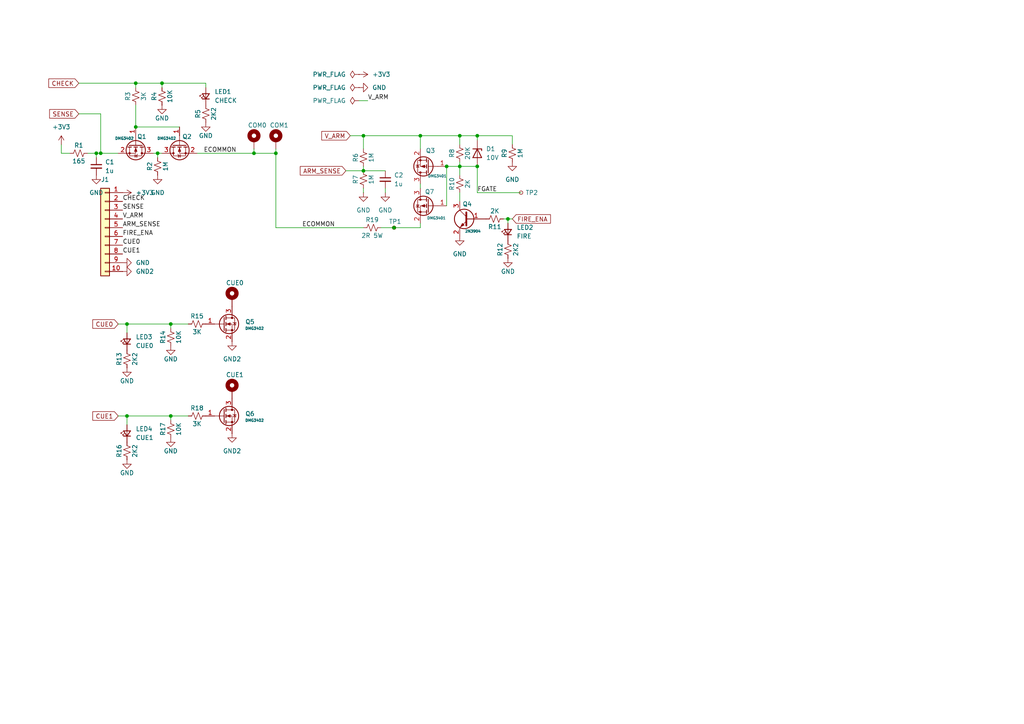
<source format=kicad_sch>
(kicad_sch
	(version 20231120)
	(generator "eeschema")
	(generator_version "8.0")
	(uuid "36047702-888e-44e8-a6d1-75799fcac947")
	(paper "A4")
	(lib_symbols
		(symbol "Connector:TestPoint_Small"
			(pin_numbers hide)
			(pin_names
				(offset 0.762) hide)
			(exclude_from_sim no)
			(in_bom yes)
			(on_board yes)
			(property "Reference" "TP"
				(at 0 3.81 0)
				(effects
					(font
						(size 1.27 1.27)
					)
				)
			)
			(property "Value" "TestPoint_Small"
				(at 0 2.032 0)
				(effects
					(font
						(size 1.27 1.27)
					)
				)
			)
			(property "Footprint" ""
				(at 5.08 0 0)
				(effects
					(font
						(size 1.27 1.27)
					)
					(hide yes)
				)
			)
			(property "Datasheet" "~"
				(at 5.08 0 0)
				(effects
					(font
						(size 1.27 1.27)
					)
					(hide yes)
				)
			)
			(property "Description" "test point"
				(at 0 0 0)
				(effects
					(font
						(size 1.27 1.27)
					)
					(hide yes)
				)
			)
			(property "ki_keywords" "test point tp"
				(at 0 0 0)
				(effects
					(font
						(size 1.27 1.27)
					)
					(hide yes)
				)
			)
			(property "ki_fp_filters" "Pin* Test*"
				(at 0 0 0)
				(effects
					(font
						(size 1.27 1.27)
					)
					(hide yes)
				)
			)
			(symbol "TestPoint_Small_0_1"
				(circle
					(center 0 0)
					(radius 0.508)
					(stroke
						(width 0)
						(type default)
					)
					(fill
						(type none)
					)
				)
			)
			(symbol "TestPoint_Small_1_1"
				(pin passive line
					(at 0 0 90)
					(length 0)
					(name "1"
						(effects
							(font
								(size 1.27 1.27)
							)
						)
					)
					(number "1"
						(effects
							(font
								(size 1.27 1.27)
							)
						)
					)
				)
			)
		)
		(symbol "Connector_Generic:Conn_01x10"
			(pin_names
				(offset 1.016) hide)
			(exclude_from_sim no)
			(in_bom yes)
			(on_board yes)
			(property "Reference" "J"
				(at 0 12.7 0)
				(effects
					(font
						(size 1.27 1.27)
					)
				)
			)
			(property "Value" "Conn_01x10"
				(at 0 -15.24 0)
				(effects
					(font
						(size 1.27 1.27)
					)
				)
			)
			(property "Footprint" ""
				(at 0 0 0)
				(effects
					(font
						(size 1.27 1.27)
					)
					(hide yes)
				)
			)
			(property "Datasheet" "~"
				(at 0 0 0)
				(effects
					(font
						(size 1.27 1.27)
					)
					(hide yes)
				)
			)
			(property "Description" "Generic connector, single row, 01x10, script generated (kicad-library-utils/schlib/autogen/connector/)"
				(at 0 0 0)
				(effects
					(font
						(size 1.27 1.27)
					)
					(hide yes)
				)
			)
			(property "ki_keywords" "connector"
				(at 0 0 0)
				(effects
					(font
						(size 1.27 1.27)
					)
					(hide yes)
				)
			)
			(property "ki_fp_filters" "Connector*:*_1x??_*"
				(at 0 0 0)
				(effects
					(font
						(size 1.27 1.27)
					)
					(hide yes)
				)
			)
			(symbol "Conn_01x10_1_1"
				(rectangle
					(start -1.27 -12.573)
					(end 0 -12.827)
					(stroke
						(width 0.1524)
						(type default)
					)
					(fill
						(type none)
					)
				)
				(rectangle
					(start -1.27 -10.033)
					(end 0 -10.287)
					(stroke
						(width 0.1524)
						(type default)
					)
					(fill
						(type none)
					)
				)
				(rectangle
					(start -1.27 -7.493)
					(end 0 -7.747)
					(stroke
						(width 0.1524)
						(type default)
					)
					(fill
						(type none)
					)
				)
				(rectangle
					(start -1.27 -4.953)
					(end 0 -5.207)
					(stroke
						(width 0.1524)
						(type default)
					)
					(fill
						(type none)
					)
				)
				(rectangle
					(start -1.27 -2.413)
					(end 0 -2.667)
					(stroke
						(width 0.1524)
						(type default)
					)
					(fill
						(type none)
					)
				)
				(rectangle
					(start -1.27 0.127)
					(end 0 -0.127)
					(stroke
						(width 0.1524)
						(type default)
					)
					(fill
						(type none)
					)
				)
				(rectangle
					(start -1.27 2.667)
					(end 0 2.413)
					(stroke
						(width 0.1524)
						(type default)
					)
					(fill
						(type none)
					)
				)
				(rectangle
					(start -1.27 5.207)
					(end 0 4.953)
					(stroke
						(width 0.1524)
						(type default)
					)
					(fill
						(type none)
					)
				)
				(rectangle
					(start -1.27 7.747)
					(end 0 7.493)
					(stroke
						(width 0.1524)
						(type default)
					)
					(fill
						(type none)
					)
				)
				(rectangle
					(start -1.27 10.287)
					(end 0 10.033)
					(stroke
						(width 0.1524)
						(type default)
					)
					(fill
						(type none)
					)
				)
				(rectangle
					(start -1.27 11.43)
					(end 1.27 -13.97)
					(stroke
						(width 0.254)
						(type default)
					)
					(fill
						(type background)
					)
				)
				(pin passive line
					(at -5.08 10.16 0)
					(length 3.81)
					(name "Pin_1"
						(effects
							(font
								(size 1.27 1.27)
							)
						)
					)
					(number "1"
						(effects
							(font
								(size 1.27 1.27)
							)
						)
					)
				)
				(pin passive line
					(at -5.08 -12.7 0)
					(length 3.81)
					(name "Pin_10"
						(effects
							(font
								(size 1.27 1.27)
							)
						)
					)
					(number "10"
						(effects
							(font
								(size 1.27 1.27)
							)
						)
					)
				)
				(pin passive line
					(at -5.08 7.62 0)
					(length 3.81)
					(name "Pin_2"
						(effects
							(font
								(size 1.27 1.27)
							)
						)
					)
					(number "2"
						(effects
							(font
								(size 1.27 1.27)
							)
						)
					)
				)
				(pin passive line
					(at -5.08 5.08 0)
					(length 3.81)
					(name "Pin_3"
						(effects
							(font
								(size 1.27 1.27)
							)
						)
					)
					(number "3"
						(effects
							(font
								(size 1.27 1.27)
							)
						)
					)
				)
				(pin passive line
					(at -5.08 2.54 0)
					(length 3.81)
					(name "Pin_4"
						(effects
							(font
								(size 1.27 1.27)
							)
						)
					)
					(number "4"
						(effects
							(font
								(size 1.27 1.27)
							)
						)
					)
				)
				(pin passive line
					(at -5.08 0 0)
					(length 3.81)
					(name "Pin_5"
						(effects
							(font
								(size 1.27 1.27)
							)
						)
					)
					(number "5"
						(effects
							(font
								(size 1.27 1.27)
							)
						)
					)
				)
				(pin passive line
					(at -5.08 -2.54 0)
					(length 3.81)
					(name "Pin_6"
						(effects
							(font
								(size 1.27 1.27)
							)
						)
					)
					(number "6"
						(effects
							(font
								(size 1.27 1.27)
							)
						)
					)
				)
				(pin passive line
					(at -5.08 -5.08 0)
					(length 3.81)
					(name "Pin_7"
						(effects
							(font
								(size 1.27 1.27)
							)
						)
					)
					(number "7"
						(effects
							(font
								(size 1.27 1.27)
							)
						)
					)
				)
				(pin passive line
					(at -5.08 -7.62 0)
					(length 3.81)
					(name "Pin_8"
						(effects
							(font
								(size 1.27 1.27)
							)
						)
					)
					(number "8"
						(effects
							(font
								(size 1.27 1.27)
							)
						)
					)
				)
				(pin passive line
					(at -5.08 -10.16 0)
					(length 3.81)
					(name "Pin_9"
						(effects
							(font
								(size 1.27 1.27)
							)
						)
					)
					(number "9"
						(effects
							(font
								(size 1.27 1.27)
							)
						)
					)
				)
			)
		)
		(symbol "DMG3402_1"
			(pin_names hide)
			(exclude_from_sim no)
			(in_bom yes)
			(on_board yes)
			(property "Reference" "Q"
				(at 5.08 1.905 0)
				(effects
					(font
						(size 1.27 1.27)
					)
					(justify left)
				)
			)
			(property "Value" "DMG3402"
				(at -5.08 3.81 0)
				(effects
					(font
						(size 0.762 0.762)
					)
					(justify left)
				)
			)
			(property "Footprint" "Package_TO_SOT_SMD:SOT-23"
				(at -15.24 -16.51 0)
				(effects
					(font
						(size 1.27 1.27)
						(italic yes)
					)
					(justify left)
					(hide yes)
				)
			)
			(property "Datasheet" "https://www.mouser.com/datasheet/2/115/DIODS21793_1-2541882.pdf"
				(at -19.05 -19.05 0)
				(effects
					(font
						(size 1.27 1.27)
					)
					(justify left)
					(hide yes)
				)
			)
			(property "Description" "30V Vds, 4A Id, N-Channel MOSFET, SOT-23"
				(at 2.54 -13.97 0)
				(effects
					(font
						(size 1.27 1.27)
					)
					(hide yes)
				)
			)
			(property "ki_keywords" "N-Channel MOSFET"
				(at 0 0 0)
				(effects
					(font
						(size 1.27 1.27)
					)
					(hide yes)
				)
			)
			(property "ki_fp_filters" "SOT?23*"
				(at 0 0 0)
				(effects
					(font
						(size 1.27 1.27)
					)
					(hide yes)
				)
			)
			(symbol "DMG3402_1_0_1"
				(polyline
					(pts
						(xy 0.254 0) (xy -2.54 0)
					)
					(stroke
						(width 0)
						(type default)
					)
					(fill
						(type none)
					)
				)
				(polyline
					(pts
						(xy 0.254 1.905) (xy 0.254 -1.905)
					)
					(stroke
						(width 0.254)
						(type default)
					)
					(fill
						(type none)
					)
				)
				(polyline
					(pts
						(xy 0.762 -1.27) (xy 0.762 -2.286)
					)
					(stroke
						(width 0.254)
						(type default)
					)
					(fill
						(type none)
					)
				)
				(polyline
					(pts
						(xy 0.762 0.508) (xy 0.762 -0.508)
					)
					(stroke
						(width 0.254)
						(type default)
					)
					(fill
						(type none)
					)
				)
				(polyline
					(pts
						(xy 0.762 2.286) (xy 0.762 1.27)
					)
					(stroke
						(width 0.254)
						(type default)
					)
					(fill
						(type none)
					)
				)
				(polyline
					(pts
						(xy 2.54 2.54) (xy 2.54 1.778)
					)
					(stroke
						(width 0)
						(type default)
					)
					(fill
						(type none)
					)
				)
				(polyline
					(pts
						(xy 2.54 -2.54) (xy 2.54 0) (xy 0.762 0)
					)
					(stroke
						(width 0)
						(type default)
					)
					(fill
						(type none)
					)
				)
				(polyline
					(pts
						(xy 0.762 -1.778) (xy 3.302 -1.778) (xy 3.302 1.778) (xy 0.762 1.778)
					)
					(stroke
						(width 0)
						(type default)
					)
					(fill
						(type none)
					)
				)
				(polyline
					(pts
						(xy 1.016 0) (xy 2.032 0.381) (xy 2.032 -0.381) (xy 1.016 0)
					)
					(stroke
						(width 0)
						(type default)
					)
					(fill
						(type outline)
					)
				)
				(polyline
					(pts
						(xy 2.794 0.508) (xy 2.921 0.381) (xy 3.683 0.381) (xy 3.81 0.254)
					)
					(stroke
						(width 0)
						(type default)
					)
					(fill
						(type none)
					)
				)
				(polyline
					(pts
						(xy 3.302 0.381) (xy 2.921 -0.254) (xy 3.683 -0.254) (xy 3.302 0.381)
					)
					(stroke
						(width 0)
						(type default)
					)
					(fill
						(type none)
					)
				)
				(circle
					(center 1.651 0)
					(radius 2.794)
					(stroke
						(width 0.254)
						(type default)
					)
					(fill
						(type none)
					)
				)
				(circle
					(center 2.54 -1.778)
					(radius 0.254)
					(stroke
						(width 0)
						(type default)
					)
					(fill
						(type outline)
					)
				)
				(circle
					(center 2.54 1.778)
					(radius 0.254)
					(stroke
						(width 0)
						(type default)
					)
					(fill
						(type outline)
					)
				)
			)
			(symbol "DMG3402_1_1_1"
				(pin input line
					(at -5.08 0 0)
					(length 2.54)
					(name "G"
						(effects
							(font
								(size 1.27 1.27)
							)
						)
					)
					(number "1"
						(effects
							(font
								(size 1.27 1.27)
							)
						)
					)
				)
				(pin passive line
					(at 2.54 -5.08 90)
					(length 2.54)
					(name "S"
						(effects
							(font
								(size 1.27 1.27)
							)
						)
					)
					(number "2"
						(effects
							(font
								(size 1.27 1.27)
							)
						)
					)
				)
				(pin passive line
					(at 2.54 5.08 270)
					(length 2.54)
					(name "D"
						(effects
							(font
								(size 1.27 1.27)
							)
						)
					)
					(number "3"
						(effects
							(font
								(size 1.27 1.27)
							)
						)
					)
				)
			)
		)
		(symbol "Device:C_Small"
			(pin_numbers hide)
			(pin_names
				(offset 0.254) hide)
			(exclude_from_sim no)
			(in_bom yes)
			(on_board yes)
			(property "Reference" "C"
				(at 0.254 1.778 0)
				(effects
					(font
						(size 1.27 1.27)
					)
					(justify left)
				)
			)
			(property "Value" "C_Small"
				(at 0.254 -2.032 0)
				(effects
					(font
						(size 1.27 1.27)
					)
					(justify left)
				)
			)
			(property "Footprint" ""
				(at 0 0 0)
				(effects
					(font
						(size 1.27 1.27)
					)
					(hide yes)
				)
			)
			(property "Datasheet" "~"
				(at 0 0 0)
				(effects
					(font
						(size 1.27 1.27)
					)
					(hide yes)
				)
			)
			(property "Description" "Unpolarized capacitor, small symbol"
				(at 0 0 0)
				(effects
					(font
						(size 1.27 1.27)
					)
					(hide yes)
				)
			)
			(property "ki_keywords" "capacitor cap"
				(at 0 0 0)
				(effects
					(font
						(size 1.27 1.27)
					)
					(hide yes)
				)
			)
			(property "ki_fp_filters" "C_*"
				(at 0 0 0)
				(effects
					(font
						(size 1.27 1.27)
					)
					(hide yes)
				)
			)
			(symbol "C_Small_0_1"
				(polyline
					(pts
						(xy -1.524 -0.508) (xy 1.524 -0.508)
					)
					(stroke
						(width 0.3302)
						(type default)
					)
					(fill
						(type none)
					)
				)
				(polyline
					(pts
						(xy -1.524 0.508) (xy 1.524 0.508)
					)
					(stroke
						(width 0.3048)
						(type default)
					)
					(fill
						(type none)
					)
				)
			)
			(symbol "C_Small_1_1"
				(pin passive line
					(at 0 2.54 270)
					(length 2.032)
					(name "~"
						(effects
							(font
								(size 1.27 1.27)
							)
						)
					)
					(number "1"
						(effects
							(font
								(size 1.27 1.27)
							)
						)
					)
				)
				(pin passive line
					(at 0 -2.54 90)
					(length 2.032)
					(name "~"
						(effects
							(font
								(size 1.27 1.27)
							)
						)
					)
					(number "2"
						(effects
							(font
								(size 1.27 1.27)
							)
						)
					)
				)
			)
		)
		(symbol "Device:LED_Small"
			(pin_numbers hide)
			(pin_names
				(offset 0.254) hide)
			(exclude_from_sim no)
			(in_bom yes)
			(on_board yes)
			(property "Reference" "D"
				(at -1.27 3.175 0)
				(effects
					(font
						(size 1.27 1.27)
					)
					(justify left)
				)
			)
			(property "Value" "LED_Small"
				(at -4.445 -2.54 0)
				(effects
					(font
						(size 1.27 1.27)
					)
					(justify left)
				)
			)
			(property "Footprint" ""
				(at 0 0 90)
				(effects
					(font
						(size 1.27 1.27)
					)
					(hide yes)
				)
			)
			(property "Datasheet" "~"
				(at 0 0 90)
				(effects
					(font
						(size 1.27 1.27)
					)
					(hide yes)
				)
			)
			(property "Description" "Light emitting diode, small symbol"
				(at 0 0 0)
				(effects
					(font
						(size 1.27 1.27)
					)
					(hide yes)
				)
			)
			(property "ki_keywords" "LED diode light-emitting-diode"
				(at 0 0 0)
				(effects
					(font
						(size 1.27 1.27)
					)
					(hide yes)
				)
			)
			(property "ki_fp_filters" "LED* LED_SMD:* LED_THT:*"
				(at 0 0 0)
				(effects
					(font
						(size 1.27 1.27)
					)
					(hide yes)
				)
			)
			(symbol "LED_Small_0_1"
				(polyline
					(pts
						(xy -0.762 -1.016) (xy -0.762 1.016)
					)
					(stroke
						(width 0.254)
						(type default)
					)
					(fill
						(type none)
					)
				)
				(polyline
					(pts
						(xy 1.016 0) (xy -0.762 0)
					)
					(stroke
						(width 0)
						(type default)
					)
					(fill
						(type none)
					)
				)
				(polyline
					(pts
						(xy 0.762 -1.016) (xy -0.762 0) (xy 0.762 1.016) (xy 0.762 -1.016)
					)
					(stroke
						(width 0.254)
						(type default)
					)
					(fill
						(type none)
					)
				)
				(polyline
					(pts
						(xy 0 0.762) (xy -0.508 1.27) (xy -0.254 1.27) (xy -0.508 1.27) (xy -0.508 1.016)
					)
					(stroke
						(width 0)
						(type default)
					)
					(fill
						(type none)
					)
				)
				(polyline
					(pts
						(xy 0.508 1.27) (xy 0 1.778) (xy 0.254 1.778) (xy 0 1.778) (xy 0 1.524)
					)
					(stroke
						(width 0)
						(type default)
					)
					(fill
						(type none)
					)
				)
			)
			(symbol "LED_Small_1_1"
				(pin passive line
					(at -2.54 0 0)
					(length 1.778)
					(name "K"
						(effects
							(font
								(size 1.27 1.27)
							)
						)
					)
					(number "1"
						(effects
							(font
								(size 1.27 1.27)
							)
						)
					)
				)
				(pin passive line
					(at 2.54 0 180)
					(length 1.778)
					(name "A"
						(effects
							(font
								(size 1.27 1.27)
							)
						)
					)
					(number "2"
						(effects
							(font
								(size 1.27 1.27)
							)
						)
					)
				)
			)
		)
		(symbol "Device:R_Small_US"
			(pin_numbers hide)
			(pin_names
				(offset 0.254) hide)
			(exclude_from_sim no)
			(in_bom yes)
			(on_board yes)
			(property "Reference" "R"
				(at 0.762 0.508 0)
				(effects
					(font
						(size 1.27 1.27)
					)
					(justify left)
				)
			)
			(property "Value" "R_Small_US"
				(at 0.762 -1.016 0)
				(effects
					(font
						(size 1.27 1.27)
					)
					(justify left)
				)
			)
			(property "Footprint" ""
				(at 0 0 0)
				(effects
					(font
						(size 1.27 1.27)
					)
					(hide yes)
				)
			)
			(property "Datasheet" "~"
				(at 0 0 0)
				(effects
					(font
						(size 1.27 1.27)
					)
					(hide yes)
				)
			)
			(property "Description" "Resistor, small US symbol"
				(at 0 0 0)
				(effects
					(font
						(size 1.27 1.27)
					)
					(hide yes)
				)
			)
			(property "ki_keywords" "r resistor"
				(at 0 0 0)
				(effects
					(font
						(size 1.27 1.27)
					)
					(hide yes)
				)
			)
			(property "ki_fp_filters" "R_*"
				(at 0 0 0)
				(effects
					(font
						(size 1.27 1.27)
					)
					(hide yes)
				)
			)
			(symbol "R_Small_US_1_1"
				(polyline
					(pts
						(xy 0 0) (xy 1.016 -0.381) (xy 0 -0.762) (xy -1.016 -1.143) (xy 0 -1.524)
					)
					(stroke
						(width 0)
						(type default)
					)
					(fill
						(type none)
					)
				)
				(polyline
					(pts
						(xy 0 1.524) (xy 1.016 1.143) (xy 0 0.762) (xy -1.016 0.381) (xy 0 0)
					)
					(stroke
						(width 0)
						(type default)
					)
					(fill
						(type none)
					)
				)
				(pin passive line
					(at 0 2.54 270)
					(length 1.016)
					(name "~"
						(effects
							(font
								(size 1.27 1.27)
							)
						)
					)
					(number "1"
						(effects
							(font
								(size 1.27 1.27)
							)
						)
					)
				)
				(pin passive line
					(at 0 -2.54 90)
					(length 1.016)
					(name "~"
						(effects
							(font
								(size 1.27 1.27)
							)
						)
					)
					(number "2"
						(effects
							(font
								(size 1.27 1.27)
							)
						)
					)
				)
			)
		)
		(symbol "Diode:BZX84Cxx"
			(pin_numbers hide)
			(pin_names hide)
			(exclude_from_sim no)
			(in_bom yes)
			(on_board yes)
			(property "Reference" "D"
				(at 0 3.81 0)
				(effects
					(font
						(size 1.27 1.27)
					)
				)
			)
			(property "Value" "BZX84Cxx"
				(at 0 -3.81 0)
				(effects
					(font
						(size 1.27 1.27)
					)
				)
			)
			(property "Footprint" "Package_TO_SOT_SMD:SOT-23"
				(at 0 0 0)
				(effects
					(font
						(size 1.27 1.27)
					)
					(hide yes)
				)
			)
			(property "Datasheet" "https://diotec.com/tl_files/diotec/files/pdf/datasheets/bzx84c2v4.pdf"
				(at 0 0 0)
				(effects
					(font
						(size 1.27 1.27)
					)
					(hide yes)
				)
			)
			(property "Description" "300mW Zener Diode, SOT-23"
				(at 0 0 0)
				(effects
					(font
						(size 1.27 1.27)
					)
					(hide yes)
				)
			)
			(property "ki_keywords" "zener diode"
				(at 0 0 0)
				(effects
					(font
						(size 1.27 1.27)
					)
					(hide yes)
				)
			)
			(property "ki_fp_filters" "SOT?23*"
				(at 0 0 0)
				(effects
					(font
						(size 1.27 1.27)
					)
					(hide yes)
				)
			)
			(symbol "BZX84Cxx_0_1"
				(polyline
					(pts
						(xy 1.27 0) (xy -1.27 0)
					)
					(stroke
						(width 0)
						(type default)
					)
					(fill
						(type none)
					)
				)
				(polyline
					(pts
						(xy -1.27 -1.27) (xy -1.27 1.27) (xy -0.762 1.27)
					)
					(stroke
						(width 0.254)
						(type default)
					)
					(fill
						(type none)
					)
				)
				(polyline
					(pts
						(xy 1.27 -1.27) (xy 1.27 1.27) (xy -1.27 0) (xy 1.27 -1.27)
					)
					(stroke
						(width 0.254)
						(type default)
					)
					(fill
						(type none)
					)
				)
			)
			(symbol "BZX84Cxx_1_1"
				(pin passive line
					(at 3.81 0 180)
					(length 2.54)
					(name "A"
						(effects
							(font
								(size 1.27 1.27)
							)
						)
					)
					(number "1"
						(effects
							(font
								(size 1.27 1.27)
							)
						)
					)
				)
				(pin no_connect line
					(at 1.27 0 180)
					(length 2.54) hide
					(name "NC"
						(effects
							(font
								(size 1.27 1.27)
							)
						)
					)
					(number "2"
						(effects
							(font
								(size 1.27 1.27)
							)
						)
					)
				)
				(pin passive line
					(at -3.81 0 0)
					(length 2.54)
					(name "K"
						(effects
							(font
								(size 1.27 1.27)
							)
						)
					)
					(number "3"
						(effects
							(font
								(size 1.27 1.27)
							)
						)
					)
				)
			)
		)
		(symbol "MyLib:DMG3401"
			(pin_names hide)
			(exclude_from_sim no)
			(in_bom yes)
			(on_board yes)
			(property "Reference" "Q"
				(at 5.08 1.905 0)
				(effects
					(font
						(size 1.27 1.27)
					)
					(justify left)
				)
			)
			(property "Value" "DMG3401"
				(at -5.08 3.81 0)
				(effects
					(font
						(size 0.762 0.762)
					)
					(justify left)
				)
			)
			(property "Footprint" "Package_TO_SOT_SMD:SC-59"
				(at -15.24 -19.05 0)
				(effects
					(font
						(size 1.27 1.27)
						(italic yes)
					)
					(justify left)
					(hide yes)
				)
			)
			(property "Datasheet" "https://www.diodes.com/assets/Datasheets/DMG3401LSN.pdf"
				(at -22.86 -16.51 0)
				(effects
					(font
						(size 1.27 1.27)
					)
					(justify left)
					(hide yes)
				)
			)
			(property "Description" "-3A Id, -30V Vds, P-Channel MOSFET, SC-59"
				(at -1.27 -12.7 0)
				(effects
					(font
						(size 1.27 1.27)
					)
					(hide yes)
				)
			)
			(property "ki_keywords" "P-Channel MOSFET"
				(at 0 0 0)
				(effects
					(font
						(size 1.27 1.27)
					)
					(hide yes)
				)
			)
			(property "ki_fp_filters" "SC?59*"
				(at 0 0 0)
				(effects
					(font
						(size 1.27 1.27)
					)
					(hide yes)
				)
			)
			(symbol "DMG3401_0_1"
				(polyline
					(pts
						(xy 0.254 0) (xy -2.54 0)
					)
					(stroke
						(width 0)
						(type default)
					)
					(fill
						(type none)
					)
				)
				(polyline
					(pts
						(xy 0.254 1.905) (xy 0.254 -1.905)
					)
					(stroke
						(width 0.254)
						(type default)
					)
					(fill
						(type none)
					)
				)
				(polyline
					(pts
						(xy 0.762 -1.27) (xy 0.762 -2.286)
					)
					(stroke
						(width 0.254)
						(type default)
					)
					(fill
						(type none)
					)
				)
				(polyline
					(pts
						(xy 0.762 0.508) (xy 0.762 -0.508)
					)
					(stroke
						(width 0.254)
						(type default)
					)
					(fill
						(type none)
					)
				)
				(polyline
					(pts
						(xy 0.762 2.286) (xy 0.762 1.27)
					)
					(stroke
						(width 0.254)
						(type default)
					)
					(fill
						(type none)
					)
				)
				(polyline
					(pts
						(xy 2.54 2.54) (xy 2.54 1.778)
					)
					(stroke
						(width 0)
						(type default)
					)
					(fill
						(type none)
					)
				)
				(polyline
					(pts
						(xy 2.54 -2.54) (xy 2.54 0) (xy 0.762 0)
					)
					(stroke
						(width 0)
						(type default)
					)
					(fill
						(type none)
					)
				)
				(polyline
					(pts
						(xy 0.762 1.778) (xy 3.302 1.778) (xy 3.302 -1.778) (xy 0.762 -1.778)
					)
					(stroke
						(width 0)
						(type default)
					)
					(fill
						(type none)
					)
				)
				(polyline
					(pts
						(xy 2.286 0) (xy 1.27 0.381) (xy 1.27 -0.381) (xy 2.286 0)
					)
					(stroke
						(width 0)
						(type default)
					)
					(fill
						(type outline)
					)
				)
				(polyline
					(pts
						(xy 2.794 -0.508) (xy 2.921 -0.381) (xy 3.683 -0.381) (xy 3.81 -0.254)
					)
					(stroke
						(width 0)
						(type default)
					)
					(fill
						(type none)
					)
				)
				(polyline
					(pts
						(xy 3.302 -0.381) (xy 2.921 0.254) (xy 3.683 0.254) (xy 3.302 -0.381)
					)
					(stroke
						(width 0)
						(type default)
					)
					(fill
						(type none)
					)
				)
				(circle
					(center 1.651 0)
					(radius 2.794)
					(stroke
						(width 0.254)
						(type default)
					)
					(fill
						(type none)
					)
				)
				(circle
					(center 2.54 -1.778)
					(radius 0.254)
					(stroke
						(width 0)
						(type default)
					)
					(fill
						(type outline)
					)
				)
				(circle
					(center 2.54 1.778)
					(radius 0.254)
					(stroke
						(width 0)
						(type default)
					)
					(fill
						(type outline)
					)
				)
			)
			(symbol "DMG3401_1_1"
				(pin input line
					(at -5.08 0 0)
					(length 2.54)
					(name "G"
						(effects
							(font
								(size 1.27 1.27)
							)
						)
					)
					(number "1"
						(effects
							(font
								(size 1.27 1.27)
							)
						)
					)
				)
				(pin passive line
					(at 2.54 -5.08 90)
					(length 2.54)
					(name "S"
						(effects
							(font
								(size 1.27 1.27)
							)
						)
					)
					(number "2"
						(effects
							(font
								(size 1.27 1.27)
							)
						)
					)
				)
				(pin passive line
					(at 2.54 5.08 270)
					(length 2.54)
					(name "D"
						(effects
							(font
								(size 1.27 1.27)
							)
						)
					)
					(number "3"
						(effects
							(font
								(size 1.27 1.27)
							)
						)
					)
				)
			)
		)
		(symbol "MyLib:DMG3402"
			(pin_names hide)
			(exclude_from_sim no)
			(in_bom yes)
			(on_board yes)
			(property "Reference" "Q"
				(at 5.08 1.905 0)
				(effects
					(font
						(size 1.27 1.27)
					)
					(justify left)
				)
			)
			(property "Value" "DMG3402"
				(at -5.08 3.81 0)
				(effects
					(font
						(size 0.762 0.762)
					)
					(justify left)
				)
			)
			(property "Footprint" "Package_TO_SOT_SMD:SOT-23"
				(at -15.24 -16.51 0)
				(effects
					(font
						(size 1.27 1.27)
						(italic yes)
					)
					(justify left)
					(hide yes)
				)
			)
			(property "Datasheet" "https://www.mouser.com/datasheet/2/115/DIODS21793_1-2541882.pdf"
				(at -19.05 -19.05 0)
				(effects
					(font
						(size 1.27 1.27)
					)
					(justify left)
					(hide yes)
				)
			)
			(property "Description" "30V Vds, 4A Id, N-Channel MOSFET, SOT-23"
				(at 2.54 -13.97 0)
				(effects
					(font
						(size 1.27 1.27)
					)
					(hide yes)
				)
			)
			(property "ki_keywords" "N-Channel MOSFET"
				(at 0 0 0)
				(effects
					(font
						(size 1.27 1.27)
					)
					(hide yes)
				)
			)
			(property "ki_fp_filters" "SOT?23*"
				(at 0 0 0)
				(effects
					(font
						(size 1.27 1.27)
					)
					(hide yes)
				)
			)
			(symbol "DMG3402_0_1"
				(polyline
					(pts
						(xy 0.254 0) (xy -2.54 0)
					)
					(stroke
						(width 0)
						(type default)
					)
					(fill
						(type none)
					)
				)
				(polyline
					(pts
						(xy 0.254 1.905) (xy 0.254 -1.905)
					)
					(stroke
						(width 0.254)
						(type default)
					)
					(fill
						(type none)
					)
				)
				(polyline
					(pts
						(xy 0.762 -1.27) (xy 0.762 -2.286)
					)
					(stroke
						(width 0.254)
						(type default)
					)
					(fill
						(type none)
					)
				)
				(polyline
					(pts
						(xy 0.762 0.508) (xy 0.762 -0.508)
					)
					(stroke
						(width 0.254)
						(type default)
					)
					(fill
						(type none)
					)
				)
				(polyline
					(pts
						(xy 0.762 2.286) (xy 0.762 1.27)
					)
					(stroke
						(width 0.254)
						(type default)
					)
					(fill
						(type none)
					)
				)
				(polyline
					(pts
						(xy 2.54 2.54) (xy 2.54 1.778)
					)
					(stroke
						(width 0)
						(type default)
					)
					(fill
						(type none)
					)
				)
				(polyline
					(pts
						(xy 2.54 -2.54) (xy 2.54 0) (xy 0.762 0)
					)
					(stroke
						(width 0)
						(type default)
					)
					(fill
						(type none)
					)
				)
				(polyline
					(pts
						(xy 0.762 -1.778) (xy 3.302 -1.778) (xy 3.302 1.778) (xy 0.762 1.778)
					)
					(stroke
						(width 0)
						(type default)
					)
					(fill
						(type none)
					)
				)
				(polyline
					(pts
						(xy 1.016 0) (xy 2.032 0.381) (xy 2.032 -0.381) (xy 1.016 0)
					)
					(stroke
						(width 0)
						(type default)
					)
					(fill
						(type outline)
					)
				)
				(polyline
					(pts
						(xy 2.794 0.508) (xy 2.921 0.381) (xy 3.683 0.381) (xy 3.81 0.254)
					)
					(stroke
						(width 0)
						(type default)
					)
					(fill
						(type none)
					)
				)
				(polyline
					(pts
						(xy 3.302 0.381) (xy 2.921 -0.254) (xy 3.683 -0.254) (xy 3.302 0.381)
					)
					(stroke
						(width 0)
						(type default)
					)
					(fill
						(type none)
					)
				)
				(circle
					(center 1.651 0)
					(radius 2.794)
					(stroke
						(width 0.254)
						(type default)
					)
					(fill
						(type none)
					)
				)
				(circle
					(center 2.54 -1.778)
					(radius 0.254)
					(stroke
						(width 0)
						(type default)
					)
					(fill
						(type outline)
					)
				)
				(circle
					(center 2.54 1.778)
					(radius 0.254)
					(stroke
						(width 0)
						(type default)
					)
					(fill
						(type outline)
					)
				)
			)
			(symbol "DMG3402_1_1"
				(pin input line
					(at -5.08 0 0)
					(length 2.54)
					(name "G"
						(effects
							(font
								(size 1.27 1.27)
							)
						)
					)
					(number "1"
						(effects
							(font
								(size 1.27 1.27)
							)
						)
					)
				)
				(pin passive line
					(at 2.54 -5.08 90)
					(length 2.54)
					(name "S"
						(effects
							(font
								(size 1.27 1.27)
							)
						)
					)
					(number "2"
						(effects
							(font
								(size 1.27 1.27)
							)
						)
					)
				)
				(pin passive line
					(at 2.54 5.08 270)
					(length 2.54)
					(name "D"
						(effects
							(font
								(size 1.27 1.27)
							)
						)
					)
					(number "3"
						(effects
							(font
								(size 1.27 1.27)
							)
						)
					)
				)
			)
		)
		(symbol "MyLib:MiniPyroClip"
			(pin_numbers hide)
			(pin_names
				(offset 1.016) hide)
			(exclude_from_sim yes)
			(in_bom no)
			(on_board yes)
			(property "Reference" "CLIP"
				(at 0 6.35 0)
				(effects
					(font
						(size 1.27 1.27)
					)
					(hide yes)
				)
			)
			(property "Value" "MiniPyroClip"
				(at 0 4.445 0)
				(effects
					(font
						(size 1.27 1.27)
					)
				)
			)
			(property "Footprint" "MyLib:MiniPyroClip"
				(at 0 -16.51 0)
				(effects
					(font
						(size 1.27 1.27)
					)
					(hide yes)
				)
			)
			(property "Datasheet" "https://rogergeorge.com/products/pyro-clips"
				(at 0 -13.97 0)
				(effects
					(font
						(size 1.27 1.27)
					)
					(hide yes)
				)
			)
			(property "Description" "Mounting Hole for mini PyroClip"
				(at 2.54 -8.89 0)
				(effects
					(font
						(size 1.27 1.27)
					)
					(hide yes)
				)
			)
			(property "Datasheet2" "https://www.pyromate.com/quick-clip.htm"
				(at 1.27 -11.43 0)
				(effects
					(font
						(size 1.27 1.27)
					)
					(hide yes)
				)
			)
			(property "ki_keywords" "mounting hole"
				(at 0 0 0)
				(effects
					(font
						(size 1.27 1.27)
					)
					(hide yes)
				)
			)
			(property "ki_fp_filters" "MountingHole*Pad* *PyroClip*"
				(at 0 0 0)
				(effects
					(font
						(size 1.27 1.27)
					)
					(hide yes)
				)
			)
			(symbol "MiniPyroClip_0_1"
				(circle
					(center 0 1.27)
					(radius 1.27)
					(stroke
						(width 1.27)
						(type default)
					)
					(fill
						(type none)
					)
				)
			)
			(symbol "MiniPyroClip_1_1"
				(pin input line
					(at 0 -2.54 90)
					(length 2.54)
					(name "1"
						(effects
							(font
								(size 1.27 1.27)
							)
						)
					)
					(number "1"
						(effects
							(font
								(size 1.27 1.27)
							)
						)
					)
				)
			)
		)
		(symbol "Transistor_BJT:MMBT3904"
			(pin_names
				(offset 0) hide)
			(exclude_from_sim no)
			(in_bom yes)
			(on_board yes)
			(property "Reference" "Q"
				(at 5.08 1.905 0)
				(effects
					(font
						(size 1.27 1.27)
					)
					(justify left)
				)
			)
			(property "Value" "MMBT3904"
				(at 5.08 0 0)
				(effects
					(font
						(size 1.27 1.27)
					)
					(justify left)
				)
			)
			(property "Footprint" "Package_TO_SOT_SMD:SOT-23"
				(at 5.08 -1.905 0)
				(effects
					(font
						(size 1.27 1.27)
						(italic yes)
					)
					(justify left)
					(hide yes)
				)
			)
			(property "Datasheet" "https://www.onsemi.com/pdf/datasheet/pzt3904-d.pdf"
				(at 0 0 0)
				(effects
					(font
						(size 1.27 1.27)
					)
					(justify left)
					(hide yes)
				)
			)
			(property "Description" "0.2A Ic, 40V Vce, Small Signal NPN Transistor, SOT-23"
				(at 0 0 0)
				(effects
					(font
						(size 1.27 1.27)
					)
					(hide yes)
				)
			)
			(property "ki_keywords" "NPN Transistor"
				(at 0 0 0)
				(effects
					(font
						(size 1.27 1.27)
					)
					(hide yes)
				)
			)
			(property "ki_fp_filters" "SOT?23*"
				(at 0 0 0)
				(effects
					(font
						(size 1.27 1.27)
					)
					(hide yes)
				)
			)
			(symbol "MMBT3904_0_1"
				(polyline
					(pts
						(xy 0.635 0.635) (xy 2.54 2.54)
					)
					(stroke
						(width 0)
						(type default)
					)
					(fill
						(type none)
					)
				)
				(polyline
					(pts
						(xy 0.635 -0.635) (xy 2.54 -2.54) (xy 2.54 -2.54)
					)
					(stroke
						(width 0)
						(type default)
					)
					(fill
						(type none)
					)
				)
				(polyline
					(pts
						(xy 0.635 1.905) (xy 0.635 -1.905) (xy 0.635 -1.905)
					)
					(stroke
						(width 0.508)
						(type default)
					)
					(fill
						(type none)
					)
				)
				(polyline
					(pts
						(xy 1.27 -1.778) (xy 1.778 -1.27) (xy 2.286 -2.286) (xy 1.27 -1.778) (xy 1.27 -1.778)
					)
					(stroke
						(width 0)
						(type default)
					)
					(fill
						(type outline)
					)
				)
				(circle
					(center 1.27 0)
					(radius 2.8194)
					(stroke
						(width 0.254)
						(type default)
					)
					(fill
						(type none)
					)
				)
			)
			(symbol "MMBT3904_1_1"
				(pin input line
					(at -5.08 0 0)
					(length 5.715)
					(name "B"
						(effects
							(font
								(size 1.27 1.27)
							)
						)
					)
					(number "1"
						(effects
							(font
								(size 1.27 1.27)
							)
						)
					)
				)
				(pin passive line
					(at 2.54 -5.08 90)
					(length 2.54)
					(name "E"
						(effects
							(font
								(size 1.27 1.27)
							)
						)
					)
					(number "2"
						(effects
							(font
								(size 1.27 1.27)
							)
						)
					)
				)
				(pin passive line
					(at 2.54 5.08 270)
					(length 2.54)
					(name "C"
						(effects
							(font
								(size 1.27 1.27)
							)
						)
					)
					(number "3"
						(effects
							(font
								(size 1.27 1.27)
							)
						)
					)
				)
			)
		)
		(symbol "power:+3V3"
			(power)
			(pin_numbers hide)
			(pin_names
				(offset 0) hide)
			(exclude_from_sim no)
			(in_bom yes)
			(on_board yes)
			(property "Reference" "#PWR"
				(at 0 -3.81 0)
				(effects
					(font
						(size 1.27 1.27)
					)
					(hide yes)
				)
			)
			(property "Value" "+3V3"
				(at 0 3.556 0)
				(effects
					(font
						(size 1.27 1.27)
					)
				)
			)
			(property "Footprint" ""
				(at 0 0 0)
				(effects
					(font
						(size 1.27 1.27)
					)
					(hide yes)
				)
			)
			(property "Datasheet" ""
				(at 0 0 0)
				(effects
					(font
						(size 1.27 1.27)
					)
					(hide yes)
				)
			)
			(property "Description" "Power symbol creates a global label with name \"+3V3\""
				(at 0 0 0)
				(effects
					(font
						(size 1.27 1.27)
					)
					(hide yes)
				)
			)
			(property "ki_keywords" "global power"
				(at 0 0 0)
				(effects
					(font
						(size 1.27 1.27)
					)
					(hide yes)
				)
			)
			(symbol "+3V3_0_1"
				(polyline
					(pts
						(xy -0.762 1.27) (xy 0 2.54)
					)
					(stroke
						(width 0)
						(type default)
					)
					(fill
						(type none)
					)
				)
				(polyline
					(pts
						(xy 0 0) (xy 0 2.54)
					)
					(stroke
						(width 0)
						(type default)
					)
					(fill
						(type none)
					)
				)
				(polyline
					(pts
						(xy 0 2.54) (xy 0.762 1.27)
					)
					(stroke
						(width 0)
						(type default)
					)
					(fill
						(type none)
					)
				)
			)
			(symbol "+3V3_1_1"
				(pin power_in line
					(at 0 0 90)
					(length 0)
					(name "~"
						(effects
							(font
								(size 1.27 1.27)
							)
						)
					)
					(number "1"
						(effects
							(font
								(size 1.27 1.27)
							)
						)
					)
				)
			)
		)
		(symbol "power:GND"
			(power)
			(pin_numbers hide)
			(pin_names
				(offset 0) hide)
			(exclude_from_sim no)
			(in_bom yes)
			(on_board yes)
			(property "Reference" "#PWR"
				(at 0 -6.35 0)
				(effects
					(font
						(size 1.27 1.27)
					)
					(hide yes)
				)
			)
			(property "Value" "GND"
				(at 0 -3.81 0)
				(effects
					(font
						(size 1.27 1.27)
					)
				)
			)
			(property "Footprint" ""
				(at 0 0 0)
				(effects
					(font
						(size 1.27 1.27)
					)
					(hide yes)
				)
			)
			(property "Datasheet" ""
				(at 0 0 0)
				(effects
					(font
						(size 1.27 1.27)
					)
					(hide yes)
				)
			)
			(property "Description" "Power symbol creates a global label with name \"GND\" , ground"
				(at 0 0 0)
				(effects
					(font
						(size 1.27 1.27)
					)
					(hide yes)
				)
			)
			(property "ki_keywords" "global power"
				(at 0 0 0)
				(effects
					(font
						(size 1.27 1.27)
					)
					(hide yes)
				)
			)
			(symbol "GND_0_1"
				(polyline
					(pts
						(xy 0 0) (xy 0 -1.27) (xy 1.27 -1.27) (xy 0 -2.54) (xy -1.27 -1.27) (xy 0 -1.27)
					)
					(stroke
						(width 0)
						(type default)
					)
					(fill
						(type none)
					)
				)
			)
			(symbol "GND_1_1"
				(pin power_in line
					(at 0 0 270)
					(length 0)
					(name "~"
						(effects
							(font
								(size 1.27 1.27)
							)
						)
					)
					(number "1"
						(effects
							(font
								(size 1.27 1.27)
							)
						)
					)
				)
			)
		)
		(symbol "power:GND2"
			(power)
			(pin_numbers hide)
			(pin_names
				(offset 0) hide)
			(exclude_from_sim no)
			(in_bom yes)
			(on_board yes)
			(property "Reference" "#PWR"
				(at 0 -6.35 0)
				(effects
					(font
						(size 1.27 1.27)
					)
					(hide yes)
				)
			)
			(property "Value" "GND2"
				(at 0 -3.81 0)
				(effects
					(font
						(size 1.27 1.27)
					)
				)
			)
			(property "Footprint" ""
				(at 0 0 0)
				(effects
					(font
						(size 1.27 1.27)
					)
					(hide yes)
				)
			)
			(property "Datasheet" ""
				(at 0 0 0)
				(effects
					(font
						(size 1.27 1.27)
					)
					(hide yes)
				)
			)
			(property "Description" "Power symbol creates a global label with name \"GND2\" , ground"
				(at 0 0 0)
				(effects
					(font
						(size 1.27 1.27)
					)
					(hide yes)
				)
			)
			(property "ki_keywords" "global power"
				(at 0 0 0)
				(effects
					(font
						(size 1.27 1.27)
					)
					(hide yes)
				)
			)
			(symbol "GND2_0_1"
				(polyline
					(pts
						(xy 0 0) (xy 0 -1.27) (xy 1.27 -1.27) (xy 0 -2.54) (xy -1.27 -1.27) (xy 0 -1.27)
					)
					(stroke
						(width 0)
						(type default)
					)
					(fill
						(type none)
					)
				)
			)
			(symbol "GND2_1_1"
				(pin power_in line
					(at 0 0 270)
					(length 0)
					(name "~"
						(effects
							(font
								(size 1.27 1.27)
							)
						)
					)
					(number "1"
						(effects
							(font
								(size 1.27 1.27)
							)
						)
					)
				)
			)
		)
		(symbol "power:PWR_FLAG"
			(power)
			(pin_numbers hide)
			(pin_names
				(offset 0) hide)
			(exclude_from_sim no)
			(in_bom yes)
			(on_board yes)
			(property "Reference" "#FLG"
				(at 0 1.905 0)
				(effects
					(font
						(size 1.27 1.27)
					)
					(hide yes)
				)
			)
			(property "Value" "PWR_FLAG"
				(at 0 3.81 0)
				(effects
					(font
						(size 1.27 1.27)
					)
				)
			)
			(property "Footprint" ""
				(at 0 0 0)
				(effects
					(font
						(size 1.27 1.27)
					)
					(hide yes)
				)
			)
			(property "Datasheet" "~"
				(at 0 0 0)
				(effects
					(font
						(size 1.27 1.27)
					)
					(hide yes)
				)
			)
			(property "Description" "Special symbol for telling ERC where power comes from"
				(at 0 0 0)
				(effects
					(font
						(size 1.27 1.27)
					)
					(hide yes)
				)
			)
			(property "ki_keywords" "flag power"
				(at 0 0 0)
				(effects
					(font
						(size 1.27 1.27)
					)
					(hide yes)
				)
			)
			(symbol "PWR_FLAG_0_0"
				(pin power_out line
					(at 0 0 90)
					(length 0)
					(name "~"
						(effects
							(font
								(size 1.27 1.27)
							)
						)
					)
					(number "1"
						(effects
							(font
								(size 1.27 1.27)
							)
						)
					)
				)
			)
			(symbol "PWR_FLAG_0_1"
				(polyline
					(pts
						(xy 0 0) (xy 0 1.27) (xy -1.016 1.905) (xy 0 2.54) (xy 1.016 1.905) (xy 0 1.27)
					)
					(stroke
						(width 0)
						(type default)
					)
					(fill
						(type none)
					)
				)
			)
		)
	)
	(junction
		(at 36.83 120.65)
		(diameter 0)
		(color 0 0 0 0)
		(uuid "04ecfc99-727c-4199-a09c-8385198bcfd5")
	)
	(junction
		(at 105.41 39.37)
		(diameter 0)
		(color 0 0 0 0)
		(uuid "060c7859-ef13-43ae-a789-9581fe4bf7b1")
	)
	(junction
		(at 138.43 48.26)
		(diameter 0)
		(color 0 0 0 0)
		(uuid "08363d71-b207-4a36-8394-627d3fba2639")
	)
	(junction
		(at 45.72 44.45)
		(diameter 0)
		(color 0 0 0 0)
		(uuid "346a3bb4-792b-4bc0-a8c3-a988fbd94c73")
	)
	(junction
		(at 29.21 44.45)
		(diameter 0)
		(color 0 0 0 0)
		(uuid "370365d0-458d-4f81-8d9a-9f2a607138a1")
	)
	(junction
		(at 49.53 120.65)
		(diameter 0)
		(color 0 0 0 0)
		(uuid "44e206c5-089a-4b5d-8490-f69fa712a6d2")
	)
	(junction
		(at 39.37 24.13)
		(diameter 0)
		(color 0 0 0 0)
		(uuid "5a636c3e-f983-4a28-baa0-9162863b89bb")
	)
	(junction
		(at 49.53 93.98)
		(diameter 0)
		(color 0 0 0 0)
		(uuid "61bc0357-f250-4169-a3d0-2e645c9df307")
	)
	(junction
		(at 133.35 39.37)
		(diameter 0)
		(color 0 0 0 0)
		(uuid "73a0482b-cbfc-4cd3-9909-85aaa3afdea9")
	)
	(junction
		(at 147.32 63.5)
		(diameter 0)
		(color 0 0 0 0)
		(uuid "86a3fb99-1383-47f4-a922-1cb7629cf80d")
	)
	(junction
		(at 46.99 24.13)
		(diameter 0)
		(color 0 0 0 0)
		(uuid "872c28fa-f471-4eab-ade7-9f2867eefd93")
	)
	(junction
		(at 80.01 44.45)
		(diameter 0)
		(color 0 0 0 0)
		(uuid "98858295-c388-471d-a77f-e0b158465fd1")
	)
	(junction
		(at 138.43 39.37)
		(diameter 0)
		(color 0 0 0 0)
		(uuid "a44af7fe-1c11-4ee8-9d25-f6f00ffc8f8c")
	)
	(junction
		(at 105.41 49.53)
		(diameter 0)
		(color 0 0 0 0)
		(uuid "c2e1aede-8547-496e-b049-0008324a4e4a")
	)
	(junction
		(at 39.37 36.83)
		(diameter 0)
		(color 0 0 0 0)
		(uuid "c61ead5a-20c5-4408-8124-82cf59c10d56")
	)
	(junction
		(at 121.92 39.37)
		(diameter 0)
		(color 0 0 0 0)
		(uuid "d28d35ef-33b3-4ac4-9d65-5b1f41e6e4de")
	)
	(junction
		(at 73.66 44.45)
		(diameter 0)
		(color 0 0 0 0)
		(uuid "d5f7efd0-1548-405b-9f95-a97b7972af23")
	)
	(junction
		(at 114.3 66.04)
		(diameter 0)
		(color 0 0 0 0)
		(uuid "db3216c8-0264-40aa-934c-966918f65c78")
	)
	(junction
		(at 36.83 93.98)
		(diameter 0)
		(color 0 0 0 0)
		(uuid "e25b459c-7a88-4758-b9c2-463edc4cd0c3")
	)
	(junction
		(at 129.54 48.26)
		(diameter 0)
		(color 0 0 0 0)
		(uuid "e44b49b8-ac59-4043-9891-76c0b67126f3")
	)
	(junction
		(at 133.35 48.26)
		(diameter 0)
		(color 0 0 0 0)
		(uuid "e5a92c8f-a9e9-4250-80e9-9bcb937f21ff")
	)
	(junction
		(at 27.94 44.45)
		(diameter 0)
		(color 0 0 0 0)
		(uuid "fe45dbaf-c794-4299-88bc-03086f459383")
	)
	(wire
		(pts
			(xy 111.76 54.61) (xy 111.76 55.88)
		)
		(stroke
			(width 0)
			(type default)
		)
		(uuid "000f1efc-6b21-4bd8-8962-607106687aa4")
	)
	(wire
		(pts
			(xy 138.43 48.26) (xy 138.43 55.88)
		)
		(stroke
			(width 0)
			(type default)
		)
		(uuid "0826c3b3-3133-4984-b3bc-0446323a2f1b")
	)
	(wire
		(pts
			(xy 29.21 33.02) (xy 22.86 33.02)
		)
		(stroke
			(width 0)
			(type default)
		)
		(uuid "08824c6e-4ffd-4fdf-8514-55750b7adc4e")
	)
	(wire
		(pts
			(xy 121.92 39.37) (xy 121.92 43.18)
		)
		(stroke
			(width 0)
			(type default)
		)
		(uuid "13d6596f-5018-4c08-9b52-a6f18286947d")
	)
	(wire
		(pts
			(xy 17.78 44.45) (xy 20.32 44.45)
		)
		(stroke
			(width 0)
			(type default)
		)
		(uuid "191a4bcb-fa74-481e-8543-524657770841")
	)
	(wire
		(pts
			(xy 148.59 39.37) (xy 138.43 39.37)
		)
		(stroke
			(width 0)
			(type default)
		)
		(uuid "1a8e0879-61f1-443a-8c62-90141b849a9c")
	)
	(wire
		(pts
			(xy 80.01 44.45) (xy 80.01 43.18)
		)
		(stroke
			(width 0)
			(type default)
		)
		(uuid "1e10d4d6-46cd-4579-a60a-f8292fabcaed")
	)
	(wire
		(pts
			(xy 34.29 120.65) (xy 36.83 120.65)
		)
		(stroke
			(width 0)
			(type default)
		)
		(uuid "229a7f6c-4e21-4eaf-8f43-6a010588fac5")
	)
	(wire
		(pts
			(xy 44.45 44.45) (xy 45.72 44.45)
		)
		(stroke
			(width 0)
			(type default)
		)
		(uuid "2d559ab0-5ae9-440a-a678-beca621b96f0")
	)
	(wire
		(pts
			(xy 133.35 39.37) (xy 133.35 41.91)
		)
		(stroke
			(width 0)
			(type default)
		)
		(uuid "2f726d8a-fb39-4b67-aabe-f7e33bd0ea6d")
	)
	(wire
		(pts
			(xy 146.05 63.5) (xy 147.32 63.5)
		)
		(stroke
			(width 0)
			(type default)
		)
		(uuid "31a47152-17fb-43a7-b244-27f36e51de11")
	)
	(wire
		(pts
			(xy 36.83 93.98) (xy 36.83 96.52)
		)
		(stroke
			(width 0)
			(type default)
		)
		(uuid "3eb5b788-6836-4969-a306-f44145e325d6")
	)
	(wire
		(pts
			(xy 49.53 120.65) (xy 54.61 120.65)
		)
		(stroke
			(width 0)
			(type default)
		)
		(uuid "438fa4fd-8282-4368-afac-ae32cfa38334")
	)
	(wire
		(pts
			(xy 121.92 53.34) (xy 121.92 54.61)
		)
		(stroke
			(width 0)
			(type default)
		)
		(uuid "43a849e3-81ce-4bfb-9cbc-10df9f545d53")
	)
	(wire
		(pts
			(xy 73.66 43.18) (xy 73.66 44.45)
		)
		(stroke
			(width 0)
			(type default)
		)
		(uuid "47fc14a0-0321-409c-8b4f-7eb63af71020")
	)
	(wire
		(pts
			(xy 46.99 24.13) (xy 59.69 24.13)
		)
		(stroke
			(width 0)
			(type default)
		)
		(uuid "4d5d13fc-0310-4e5d-9362-4c6614bed8ff")
	)
	(wire
		(pts
			(xy 147.32 63.5) (xy 148.59 63.5)
		)
		(stroke
			(width 0)
			(type default)
		)
		(uuid "53f8c886-6d81-4e6f-8b46-4a715c3867f8")
	)
	(wire
		(pts
			(xy 138.43 55.88) (xy 151.13 55.88)
		)
		(stroke
			(width 0)
			(type default)
		)
		(uuid "55fe7151-ba1d-4aaf-949f-0be123a7165a")
	)
	(wire
		(pts
			(xy 105.41 48.26) (xy 105.41 49.53)
		)
		(stroke
			(width 0)
			(type default)
		)
		(uuid "5753915c-aad7-4738-b436-bb3e2572b38e")
	)
	(wire
		(pts
			(xy 129.54 48.26) (xy 133.35 48.26)
		)
		(stroke
			(width 0)
			(type default)
		)
		(uuid "583ac80e-daf4-4e61-9eb2-3683887941b1")
	)
	(wire
		(pts
			(xy 39.37 24.13) (xy 39.37 25.4)
		)
		(stroke
			(width 0)
			(type default)
		)
		(uuid "5a45fb39-70d0-4a81-8ecd-24c146168594")
	)
	(wire
		(pts
			(xy 106.68 29.21) (xy 104.14 29.21)
		)
		(stroke
			(width 0)
			(type default)
		)
		(uuid "5cbef6fc-8db1-4013-af0b-ecb8b612f8b6")
	)
	(wire
		(pts
			(xy 49.53 93.98) (xy 54.61 93.98)
		)
		(stroke
			(width 0)
			(type default)
		)
		(uuid "5dcf4c8b-31ca-4029-82a7-9747bc01462d")
	)
	(wire
		(pts
			(xy 133.35 48.26) (xy 138.43 48.26)
		)
		(stroke
			(width 0)
			(type default)
		)
		(uuid "629472d2-b9b0-4cab-bd9e-bc0ce604913c")
	)
	(wire
		(pts
			(xy 39.37 36.83) (xy 52.07 36.83)
		)
		(stroke
			(width 0)
			(type default)
		)
		(uuid "6b651b1c-5e13-4ce8-80c7-18e4590e5c65")
	)
	(wire
		(pts
			(xy 73.66 44.45) (xy 80.01 44.45)
		)
		(stroke
			(width 0)
			(type default)
		)
		(uuid "6d72e381-397b-46e9-883f-cab7c46cb8f9")
	)
	(wire
		(pts
			(xy 34.29 93.98) (xy 36.83 93.98)
		)
		(stroke
			(width 0)
			(type default)
		)
		(uuid "6e55dcf5-4302-4909-ad42-a7cb0a14bc9c")
	)
	(wire
		(pts
			(xy 129.54 48.26) (xy 129.54 59.69)
		)
		(stroke
			(width 0)
			(type default)
		)
		(uuid "7297ce1c-ebc4-49c7-809a-35e2d10a5da1")
	)
	(wire
		(pts
			(xy 27.94 44.45) (xy 27.94 45.72)
		)
		(stroke
			(width 0)
			(type default)
		)
		(uuid "7a890b6d-6268-4597-8136-c1ab4b81c96f")
	)
	(wire
		(pts
			(xy 45.72 44.45) (xy 45.72 45.72)
		)
		(stroke
			(width 0)
			(type default)
		)
		(uuid "7abb5316-df50-4b02-b763-15bb0b41b296")
	)
	(wire
		(pts
			(xy 148.59 41.91) (xy 148.59 39.37)
		)
		(stroke
			(width 0)
			(type default)
		)
		(uuid "7b3ad56e-1621-45da-8529-78b4ad456381")
	)
	(wire
		(pts
			(xy 80.01 66.04) (xy 105.41 66.04)
		)
		(stroke
			(width 0)
			(type default)
		)
		(uuid "7c84e84d-d702-4884-82e6-c77460af7a92")
	)
	(wire
		(pts
			(xy 138.43 40.64) (xy 138.43 39.37)
		)
		(stroke
			(width 0)
			(type default)
		)
		(uuid "7de4c5b1-c0d5-4fa7-b346-2663ec464835")
	)
	(wire
		(pts
			(xy 17.78 41.91) (xy 17.78 44.45)
		)
		(stroke
			(width 0)
			(type default)
		)
		(uuid "80673db1-e220-4c25-b645-98fe98a25d84")
	)
	(wire
		(pts
			(xy 45.72 44.45) (xy 46.99 44.45)
		)
		(stroke
			(width 0)
			(type default)
		)
		(uuid "89aaef6d-1d85-49db-a9ce-22387d3281e3")
	)
	(wire
		(pts
			(xy 46.99 25.4) (xy 46.99 24.13)
		)
		(stroke
			(width 0)
			(type default)
		)
		(uuid "906e62f4-f0f8-471b-a745-17f0a7443fe1")
	)
	(wire
		(pts
			(xy 36.83 120.65) (xy 36.83 123.19)
		)
		(stroke
			(width 0)
			(type default)
		)
		(uuid "98fa04eb-9072-4a10-967d-62e61c081cd7")
	)
	(wire
		(pts
			(xy 105.41 39.37) (xy 121.92 39.37)
		)
		(stroke
			(width 0)
			(type default)
		)
		(uuid "9ed86fe5-aedf-4603-b518-cc66dd2f0c86")
	)
	(wire
		(pts
			(xy 121.92 64.77) (xy 121.92 66.04)
		)
		(stroke
			(width 0)
			(type default)
		)
		(uuid "a641a60c-04cd-4583-9c69-9a35313fbe2f")
	)
	(wire
		(pts
			(xy 147.32 63.5) (xy 147.32 64.77)
		)
		(stroke
			(width 0)
			(type default)
		)
		(uuid "a6d8bb33-083d-471b-bec3-54c4160f279f")
	)
	(wire
		(pts
			(xy 101.6 39.37) (xy 105.41 39.37)
		)
		(stroke
			(width 0)
			(type default)
		)
		(uuid "a9d94466-cc2f-4b43-b7e7-dcd48f25b149")
	)
	(wire
		(pts
			(xy 27.94 44.45) (xy 29.21 44.45)
		)
		(stroke
			(width 0)
			(type default)
		)
		(uuid "b34a5d06-7da8-4551-b5da-0cf53573489a")
	)
	(wire
		(pts
			(xy 36.83 120.65) (xy 49.53 120.65)
		)
		(stroke
			(width 0)
			(type default)
		)
		(uuid "b5869fba-3d7d-4646-9cfe-6dba90fb0ffb")
	)
	(wire
		(pts
			(xy 80.01 44.45) (xy 80.01 66.04)
		)
		(stroke
			(width 0)
			(type default)
		)
		(uuid "b76d72c2-6b8c-474f-882d-2f4580cb5b12")
	)
	(wire
		(pts
			(xy 100.33 49.53) (xy 105.41 49.53)
		)
		(stroke
			(width 0)
			(type default)
		)
		(uuid "be3b5cb0-717d-44e5-9a8a-bac38f11e460")
	)
	(wire
		(pts
			(xy 105.41 54.61) (xy 105.41 55.88)
		)
		(stroke
			(width 0)
			(type default)
		)
		(uuid "c01f57cd-926e-4015-aa8f-5ec74a8044e7")
	)
	(wire
		(pts
			(xy 110.49 66.04) (xy 114.3 66.04)
		)
		(stroke
			(width 0)
			(type default)
		)
		(uuid "c0775ed7-1292-4fd3-a336-a74788d24b69")
	)
	(wire
		(pts
			(xy 133.35 48.26) (xy 133.35 50.8)
		)
		(stroke
			(width 0)
			(type default)
		)
		(uuid "c0bf71d3-5f88-4afe-82a0-97beac9ef6d1")
	)
	(wire
		(pts
			(xy 105.41 39.37) (xy 105.41 43.18)
		)
		(stroke
			(width 0)
			(type default)
		)
		(uuid "c1e3c5dd-29d6-4117-bea3-70751b96728b")
	)
	(wire
		(pts
			(xy 57.15 44.45) (xy 73.66 44.45)
		)
		(stroke
			(width 0)
			(type default)
		)
		(uuid "c28848d1-ab0e-44f2-96a4-53b881609db1")
	)
	(wire
		(pts
			(xy 29.21 44.45) (xy 34.29 44.45)
		)
		(stroke
			(width 0)
			(type default)
		)
		(uuid "c39c76d1-8080-4071-9597-7cf5910894bf")
	)
	(wire
		(pts
			(xy 133.35 48.26) (xy 133.35 46.99)
		)
		(stroke
			(width 0)
			(type default)
		)
		(uuid "c42f298d-93a2-4304-8c57-21d67b6044d7")
	)
	(wire
		(pts
			(xy 25.4 44.45) (xy 27.94 44.45)
		)
		(stroke
			(width 0)
			(type default)
		)
		(uuid "c46def27-4be8-4ba9-b299-b992f3d71700")
	)
	(wire
		(pts
			(xy 36.83 93.98) (xy 49.53 93.98)
		)
		(stroke
			(width 0)
			(type default)
		)
		(uuid "c68a4acf-969f-4706-9be2-796111445dc0")
	)
	(wire
		(pts
			(xy 22.86 24.13) (xy 39.37 24.13)
		)
		(stroke
			(width 0)
			(type default)
		)
		(uuid "cd754dd4-b015-4022-9646-50378e40ba69")
	)
	(wire
		(pts
			(xy 121.92 39.37) (xy 133.35 39.37)
		)
		(stroke
			(width 0)
			(type default)
		)
		(uuid "d2fc04ee-6b53-44ff-94f4-a82878950396")
	)
	(wire
		(pts
			(xy 133.35 55.88) (xy 133.35 58.42)
		)
		(stroke
			(width 0)
			(type default)
		)
		(uuid "d3e25594-5b63-4a47-a074-14aaa4fadc17")
	)
	(wire
		(pts
			(xy 133.35 39.37) (xy 138.43 39.37)
		)
		(stroke
			(width 0)
			(type default)
		)
		(uuid "d3f73c31-4a42-4221-b4e0-7651048c5ea4")
	)
	(wire
		(pts
			(xy 39.37 24.13) (xy 46.99 24.13)
		)
		(stroke
			(width 0)
			(type default)
		)
		(uuid "d52fc770-b6ee-4f61-939f-ee6ec96fb470")
	)
	(wire
		(pts
			(xy 105.41 49.53) (xy 111.76 49.53)
		)
		(stroke
			(width 0)
			(type default)
		)
		(uuid "e318be9a-cb4f-4386-abc7-57427df71d92")
	)
	(wire
		(pts
			(xy 29.21 44.45) (xy 29.21 33.02)
		)
		(stroke
			(width 0)
			(type default)
		)
		(uuid "e7923022-b9d7-488a-87cf-f946a6da894d")
	)
	(wire
		(pts
			(xy 39.37 30.48) (xy 39.37 36.83)
		)
		(stroke
			(width 0)
			(type default)
		)
		(uuid "e7f13027-551d-47ee-aea7-055182cd4055")
	)
	(wire
		(pts
			(xy 114.3 66.04) (xy 121.92 66.04)
		)
		(stroke
			(width 0)
			(type default)
		)
		(uuid "e87a4540-de55-4e44-86a1-3f9e3728573f")
	)
	(wire
		(pts
			(xy 59.69 24.13) (xy 59.69 25.4)
		)
		(stroke
			(width 0)
			(type default)
		)
		(uuid "eb4be29e-a431-4f65-8660-e3c940d06379")
	)
	(wire
		(pts
			(xy 49.53 120.65) (xy 49.53 121.92)
		)
		(stroke
			(width 0)
			(type default)
		)
		(uuid "eed04848-76e4-4b7a-8550-2fcfa3018808")
	)
	(wire
		(pts
			(xy 49.53 93.98) (xy 49.53 95.25)
		)
		(stroke
			(width 0)
			(type default)
		)
		(uuid "f6d50bfe-1dc8-4e2f-9104-0dc42dc93d30")
	)
	(label "CUE1"
		(at 35.56 73.66 0)
		(fields_autoplaced yes)
		(effects
			(font
				(size 1.27 1.27)
			)
			(justify left bottom)
		)
		(uuid "13d83c34-764b-4155-ae0f-fdb713d06392")
	)
	(label "CUE0"
		(at 35.56 71.12 0)
		(fields_autoplaced yes)
		(effects
			(font
				(size 1.27 1.27)
			)
			(justify left bottom)
		)
		(uuid "15e500c0-7b75-405a-ad6a-fe4809f6e4ab")
	)
	(label "CHECK"
		(at 35.56 58.42 0)
		(fields_autoplaced yes)
		(effects
			(font
				(size 1.27 1.27)
			)
			(justify left bottom)
		)
		(uuid "5ef0e1c6-fa5d-4241-91bd-e6fad60c7192")
	)
	(label "V_ARM"
		(at 35.56 63.5 0)
		(fields_autoplaced yes)
		(effects
			(font
				(size 1.27 1.27)
			)
			(justify left bottom)
		)
		(uuid "7a608a35-069a-4913-9184-e508e26b0942")
	)
	(label "FGATE"
		(at 138.43 55.88 0)
		(fields_autoplaced yes)
		(effects
			(font
				(size 1.27 1.27)
			)
			(justify left bottom)
		)
		(uuid "7e77f69e-e830-436a-9d95-fe858a0ed0cb")
	)
	(label "SENSE"
		(at 35.56 60.96 0)
		(fields_autoplaced yes)
		(effects
			(font
				(size 1.27 1.27)
			)
			(justify left bottom)
		)
		(uuid "aa65bcdb-5c7e-4120-ae42-096f85cf32d6")
	)
	(label "FIRE_ENA"
		(at 35.56 68.58 0)
		(fields_autoplaced yes)
		(effects
			(font
				(size 1.27 1.27)
			)
			(justify left bottom)
		)
		(uuid "b90c2eda-ee93-4d7c-883c-0bdc8055f6e3")
	)
	(label "ECOMMON"
		(at 87.63 66.04 0)
		(fields_autoplaced yes)
		(effects
			(font
				(size 1.27 1.27)
			)
			(justify left bottom)
		)
		(uuid "dc925218-1e91-45ab-8622-6b31a0847020")
	)
	(label "V_ARM"
		(at 106.68 29.21 0)
		(fields_autoplaced yes)
		(effects
			(font
				(size 1.27 1.27)
			)
			(justify left bottom)
		)
		(uuid "dded9a31-641d-4eb7-beeb-705a7d010b52")
	)
	(label "ECOMMON"
		(at 68.58 44.45 180)
		(fields_autoplaced yes)
		(effects
			(font
				(size 1.27 1.27)
			)
			(justify right bottom)
		)
		(uuid "eebc6ec4-e863-4432-a3e8-ac40b1b0adfd")
	)
	(label "ARM_SENSE"
		(at 35.56 66.04 0)
		(fields_autoplaced yes)
		(effects
			(font
				(size 1.27 1.27)
			)
			(justify left bottom)
		)
		(uuid "f9b55dbc-eeee-4b39-a789-3308de811154")
	)
	(global_label "CHECK"
		(shape input)
		(at 22.86 24.13 180)
		(fields_autoplaced yes)
		(effects
			(font
				(size 1.27 1.27)
			)
			(justify right)
		)
		(uuid "0f4483a0-cc6a-464e-998f-261be256c828")
		(property "Intersheetrefs" "${INTERSHEET_REFS}"
			(at 13.5853 24.13 0)
			(effects
				(font
					(size 1.27 1.27)
				)
				(justify right)
				(hide yes)
			)
		)
	)
	(global_label "FIRE_ENA"
		(shape input)
		(at 148.59 63.5 0)
		(fields_autoplaced yes)
		(effects
			(font
				(size 1.27 1.27)
			)
			(justify left)
		)
		(uuid "1ab77221-4e8c-44eb-a479-20d41317457e")
		(property "Intersheetrefs" "${INTERSHEET_REFS}"
			(at 160.2233 63.5 0)
			(effects
				(font
					(size 1.27 1.27)
				)
				(justify left)
				(hide yes)
			)
		)
	)
	(global_label "CUE0"
		(shape input)
		(at 34.29 93.98 180)
		(fields_autoplaced yes)
		(effects
			(font
				(size 1.27 1.27)
			)
			(justify right)
		)
		(uuid "46c99e7e-0326-4907-bebf-633ab0ed0d6a")
		(property "Intersheetrefs" "${INTERSHEET_REFS}"
			(at 26.3458 93.98 0)
			(effects
				(font
					(size 1.27 1.27)
				)
				(justify right)
				(hide yes)
			)
		)
	)
	(global_label "SENSE"
		(shape input)
		(at 22.86 33.02 180)
		(fields_autoplaced yes)
		(effects
			(font
				(size 1.27 1.27)
			)
			(justify right)
		)
		(uuid "738a3e34-86b9-443e-b1d3-dbe904c01e98")
		(property "Intersheetrefs" "${INTERSHEET_REFS}"
			(at 13.8273 33.02 0)
			(effects
				(font
					(size 1.27 1.27)
				)
				(justify right)
				(hide yes)
			)
		)
	)
	(global_label "ARM_SENSE"
		(shape input)
		(at 100.33 49.53 180)
		(fields_autoplaced yes)
		(effects
			(font
				(size 1.27 1.27)
			)
			(justify right)
		)
		(uuid "b44b4d15-0ca1-4d8c-af51-8d4685cdd183")
		(property "Intersheetrefs" "${INTERSHEET_REFS}"
			(at 86.5197 49.53 0)
			(effects
				(font
					(size 1.27 1.27)
				)
				(justify right)
				(hide yes)
			)
		)
	)
	(global_label "V_ARM"
		(shape input)
		(at 101.6 39.37 180)
		(fields_autoplaced yes)
		(effects
			(font
				(size 1.27 1.27)
			)
			(justify right)
		)
		(uuid "db2c2796-94d8-42e7-bb6b-c00d3e4c64fd")
		(property "Intersheetrefs" "${INTERSHEET_REFS}"
			(at 92.7486 39.37 0)
			(effects
				(font
					(size 1.27 1.27)
				)
				(justify right)
				(hide yes)
			)
		)
	)
	(global_label "CUE1"
		(shape input)
		(at 34.29 120.65 180)
		(fields_autoplaced yes)
		(effects
			(font
				(size 1.27 1.27)
			)
			(justify right)
		)
		(uuid "ff84787e-a1b9-44ba-9f06-add8b82668e0")
		(property "Intersheetrefs" "${INTERSHEET_REFS}"
			(at 26.3458 120.65 0)
			(effects
				(font
					(size 1.27 1.27)
				)
				(justify right)
				(hide yes)
			)
		)
	)
	(symbol
		(lib_id "Device:R_Small_US")
		(at 45.72 48.26 180)
		(unit 1)
		(exclude_from_sim no)
		(in_bom yes)
		(on_board yes)
		(dnp no)
		(uuid "001f2959-1e2c-4cf7-9ef6-90a4f27a291b")
		(property "Reference" "R2"
			(at 43.434 48.26 90)
			(effects
				(font
					(size 1.27 1.27)
				)
			)
		)
		(property "Value" "1M"
			(at 48.006 48.26 90)
			(effects
				(font
					(size 1.27 1.27)
				)
			)
		)
		(property "Footprint" "Resistor_SMD:R_0805_2012Metric"
			(at 45.72 48.26 0)
			(effects
				(font
					(size 1.27 1.27)
				)
				(hide yes)
			)
		)
		(property "Datasheet" "~"
			(at 45.72 48.26 0)
			(effects
				(font
					(size 1.27 1.27)
				)
				(hide yes)
			)
		)
		(property "Description" "Resistor, small US symbol"
			(at 45.72 48.26 0)
			(effects
				(font
					(size 1.27 1.27)
				)
				(hide yes)
			)
		)
		(pin "2"
			(uuid "57be237b-6832-43a0-9c75-0a6b7ea39842")
		)
		(pin "1"
			(uuid "e799aa3f-821b-4e28-a903-f9ce75b4af37")
		)
		(instances
			(project "ematch2"
				(path "/36047702-888e-44e8-a6d1-75799fcac947"
					(reference "R2")
					(unit 1)
				)
			)
		)
	)
	(symbol
		(lib_id "Connector:TestPoint_Small")
		(at 151.13 55.88 0)
		(unit 1)
		(exclude_from_sim no)
		(in_bom yes)
		(on_board yes)
		(dnp no)
		(fields_autoplaced yes)
		(uuid "00e6bd76-774c-4895-ae5f-cd2cd8cdc539")
		(property "Reference" "TP2"
			(at 152.4 55.8799 0)
			(effects
				(font
					(size 1.27 1.27)
				)
				(justify left)
			)
		)
		(property "Value" "TestPoint_Small"
			(at 152.4 57.1499 0)
			(effects
				(font
					(size 1.27 1.27)
				)
				(justify left)
				(hide yes)
			)
		)
		(property "Footprint" "TestPoint:TestPoint_Pad_1.0x1.0mm"
			(at 156.21 55.88 0)
			(effects
				(font
					(size 1.27 1.27)
				)
				(hide yes)
			)
		)
		(property "Datasheet" "~"
			(at 156.21 55.88 0)
			(effects
				(font
					(size 1.27 1.27)
				)
				(hide yes)
			)
		)
		(property "Description" "test point"
			(at 151.13 55.88 0)
			(effects
				(font
					(size 1.27 1.27)
				)
				(hide yes)
			)
		)
		(pin "1"
			(uuid "3a8a458d-3a86-42c8-9041-07cd503c2814")
		)
		(instances
			(project ""
				(path "/36047702-888e-44e8-a6d1-75799fcac947"
					(reference "TP2")
					(unit 1)
				)
			)
		)
	)
	(symbol
		(lib_id "Device:LED_Small")
		(at 59.69 27.94 90)
		(unit 1)
		(exclude_from_sim no)
		(in_bom yes)
		(on_board yes)
		(dnp no)
		(fields_autoplaced yes)
		(uuid "02d4867a-7c3f-48cd-9e9c-e272b971667b")
		(property "Reference" "LED1"
			(at 62.23 26.6064 90)
			(effects
				(font
					(size 1.27 1.27)
				)
				(justify right)
			)
		)
		(property "Value" "CHECK"
			(at 62.23 29.1464 90)
			(effects
				(font
					(size 1.27 1.27)
				)
				(justify right)
			)
		)
		(property "Footprint" "LED_SMD:LED_0805_2012Metric"
			(at 59.69 27.94 90)
			(effects
				(font
					(size 1.27 1.27)
				)
				(hide yes)
			)
		)
		(property "Datasheet" "~"
			(at 59.69 27.94 90)
			(effects
				(font
					(size 1.27 1.27)
				)
				(hide yes)
			)
		)
		(property "Description" "Light emitting diode, small symbol"
			(at 59.69 27.94 0)
			(effects
				(font
					(size 1.27 1.27)
				)
				(hide yes)
			)
		)
		(pin "2"
			(uuid "94f55e3c-4bf3-4bbd-a6b8-635636484cf3")
		)
		(pin "1"
			(uuid "dae787a1-95ca-4d57-9277-69ea1b5dcdd3")
		)
		(instances
			(project ""
				(path "/36047702-888e-44e8-a6d1-75799fcac947"
					(reference "LED1")
					(unit 1)
				)
			)
		)
	)
	(symbol
		(lib_id "power:GND")
		(at 105.41 55.88 0)
		(unit 1)
		(exclude_from_sim no)
		(in_bom yes)
		(on_board yes)
		(dnp no)
		(fields_autoplaced yes)
		(uuid "03ac5c5f-3e2b-4a98-afe3-b2d6806cb592")
		(property "Reference" "#PWR08"
			(at 105.41 62.23 0)
			(effects
				(font
					(size 1.27 1.27)
				)
				(hide yes)
			)
		)
		(property "Value" "GND"
			(at 105.41 60.96 0)
			(effects
				(font
					(size 1.27 1.27)
				)
			)
		)
		(property "Footprint" ""
			(at 105.41 55.88 0)
			(effects
				(font
					(size 1.27 1.27)
				)
				(hide yes)
			)
		)
		(property "Datasheet" ""
			(at 105.41 55.88 0)
			(effects
				(font
					(size 1.27 1.27)
				)
				(hide yes)
			)
		)
		(property "Description" "Power symbol creates a global label with name \"GND\" , ground"
			(at 105.41 55.88 0)
			(effects
				(font
					(size 1.27 1.27)
				)
				(hide yes)
			)
		)
		(pin "1"
			(uuid "6c0231a9-0f30-4dbc-84b8-4cea54efffab")
		)
		(instances
			(project ""
				(path "/36047702-888e-44e8-a6d1-75799fcac947"
					(reference "#PWR08")
					(unit 1)
				)
			)
		)
	)
	(symbol
		(lib_id "Device:C_Small")
		(at 111.76 52.07 0)
		(unit 1)
		(exclude_from_sim no)
		(in_bom yes)
		(on_board yes)
		(dnp no)
		(fields_autoplaced yes)
		(uuid "04bbbdfd-1418-4e9f-bea6-62fb1cae110d")
		(property "Reference" "C2"
			(at 114.3 50.8062 0)
			(effects
				(font
					(size 1.27 1.27)
				)
				(justify left)
			)
		)
		(property "Value" "1u"
			(at 114.3 53.3462 0)
			(effects
				(font
					(size 1.27 1.27)
				)
				(justify left)
			)
		)
		(property "Footprint" "Resistor_SMD:R_0805_2012Metric"
			(at 111.76 52.07 0)
			(effects
				(font
					(size 1.27 1.27)
				)
				(hide yes)
			)
		)
		(property "Datasheet" "~"
			(at 111.76 52.07 0)
			(effects
				(font
					(size 1.27 1.27)
				)
				(hide yes)
			)
		)
		(property "Description" "Unpolarized capacitor, small symbol"
			(at 111.76 52.07 0)
			(effects
				(font
					(size 1.27 1.27)
				)
				(hide yes)
			)
		)
		(pin "2"
			(uuid "8aebaef7-974f-4177-a7a0-5b8935143c83")
		)
		(pin "1"
			(uuid "2a03763a-11ea-413b-8682-4e9ade0dbb96")
		)
		(instances
			(project "ematch2"
				(path "/36047702-888e-44e8-a6d1-75799fcac947"
					(reference "C2")
					(unit 1)
				)
			)
		)
	)
	(symbol
		(lib_id "MyLib:DMG3401")
		(at 124.46 48.26 180)
		(unit 1)
		(exclude_from_sim no)
		(in_bom yes)
		(on_board yes)
		(dnp no)
		(uuid "04bd0da9-5174-4f5f-b616-dce7010d1ec6")
		(property "Reference" "Q3"
			(at 126.238 43.688 0)
			(effects
				(font
					(size 1.27 1.27)
				)
				(justify left)
			)
		)
		(property "Value" "DMG3401"
			(at 129.54 51.054 0)
			(effects
				(font
					(size 0.762 0.762)
				)
				(justify left)
			)
		)
		(property "Footprint" "Package_TO_SOT_SMD:SC-59"
			(at 139.7 29.21 0)
			(effects
				(font
					(size 1.27 1.27)
					(italic yes)
				)
				(justify left)
				(hide yes)
			)
		)
		(property "Datasheet" "https://www.diodes.com/assets/Datasheets/DMG3401LSN.pdf"
			(at 147.32 31.75 0)
			(effects
				(font
					(size 1.27 1.27)
				)
				(justify left)
				(hide yes)
			)
		)
		(property "Description" "-3A Id, -30V Vds, P-Channel MOSFET, SC-59"
			(at 125.73 35.56 0)
			(effects
				(font
					(size 1.27 1.27)
				)
				(hide yes)
			)
		)
		(pin "2"
			(uuid "0f69c489-5961-485a-b64e-eb47e7d96ee2")
		)
		(pin "1"
			(uuid "813561e7-8677-4958-8f3e-c59b6622e1eb")
		)
		(pin "3"
			(uuid "8dc23238-e965-4eda-aa65-1df82a37ffc9")
		)
		(instances
			(project ""
				(path "/36047702-888e-44e8-a6d1-75799fcac947"
					(reference "Q3")
					(unit 1)
				)
			)
		)
	)
	(symbol
		(lib_id "Connector:TestPoint_Small")
		(at 114.3 66.04 0)
		(unit 1)
		(exclude_from_sim no)
		(in_bom yes)
		(on_board yes)
		(dnp no)
		(uuid "0a3e02d0-5619-4bf9-9bd9-e5ff241abd54")
		(property "Reference" "TP1"
			(at 112.776 64.262 0)
			(effects
				(font
					(size 1.27 1.27)
				)
				(justify left)
			)
		)
		(property "Value" "TestPoint_Small"
			(at 115.57 67.3099 0)
			(effects
				(font
					(size 1.27 1.27)
				)
				(justify left)
				(hide yes)
			)
		)
		(property "Footprint" "TestPoint:TestPoint_Pad_1.0x1.0mm"
			(at 119.38 66.04 0)
			(effects
				(font
					(size 1.27 1.27)
				)
				(hide yes)
			)
		)
		(property "Datasheet" "~"
			(at 119.38 66.04 0)
			(effects
				(font
					(size 1.27 1.27)
				)
				(hide yes)
			)
		)
		(property "Description" "test point"
			(at 114.3 66.04 0)
			(effects
				(font
					(size 1.27 1.27)
				)
				(hide yes)
			)
		)
		(pin "1"
			(uuid "3165d213-c798-46bd-a7af-98602cb7c617")
		)
		(instances
			(project "ematch2"
				(path "/36047702-888e-44e8-a6d1-75799fcac947"
					(reference "TP1")
					(unit 1)
				)
			)
		)
	)
	(symbol
		(lib_id "power:GND2")
		(at 35.56 78.74 90)
		(unit 1)
		(exclude_from_sim no)
		(in_bom yes)
		(on_board yes)
		(dnp no)
		(fields_autoplaced yes)
		(uuid "11249afe-90cb-4b26-ac60-3e3d1e606501")
		(property "Reference" "#PWR021"
			(at 41.91 78.74 0)
			(effects
				(font
					(size 1.27 1.27)
				)
				(hide yes)
			)
		)
		(property "Value" "GND2"
			(at 39.37 78.7399 90)
			(effects
				(font
					(size 1.27 1.27)
				)
				(justify right)
			)
		)
		(property "Footprint" ""
			(at 35.56 78.74 0)
			(effects
				(font
					(size 1.27 1.27)
				)
				(hide yes)
			)
		)
		(property "Datasheet" ""
			(at 35.56 78.74 0)
			(effects
				(font
					(size 1.27 1.27)
				)
				(hide yes)
			)
		)
		(property "Description" "Power symbol creates a global label with name \"GND2\" , ground"
			(at 35.56 78.74 0)
			(effects
				(font
					(size 1.27 1.27)
				)
				(hide yes)
			)
		)
		(pin "1"
			(uuid "2ac1fe85-3a99-409b-b7c4-8e742f4d24c1")
		)
		(instances
			(project ""
				(path "/36047702-888e-44e8-a6d1-75799fcac947"
					(reference "#PWR021")
					(unit 1)
				)
			)
		)
	)
	(symbol
		(lib_id "power:GND")
		(at 49.53 100.33 0)
		(unit 1)
		(exclude_from_sim no)
		(in_bom yes)
		(on_board yes)
		(dnp no)
		(uuid "16944a25-344d-4f77-a134-9fe35138e7aa")
		(property "Reference" "#PWR016"
			(at 49.53 106.68 0)
			(effects
				(font
					(size 1.27 1.27)
				)
				(hide yes)
			)
		)
		(property "Value" "GND"
			(at 49.53 104.14 0)
			(effects
				(font
					(size 1.27 1.27)
				)
			)
		)
		(property "Footprint" ""
			(at 49.53 100.33 0)
			(effects
				(font
					(size 1.27 1.27)
				)
				(hide yes)
			)
		)
		(property "Datasheet" ""
			(at 49.53 100.33 0)
			(effects
				(font
					(size 1.27 1.27)
				)
				(hide yes)
			)
		)
		(property "Description" "Power symbol creates a global label with name \"GND\" , ground"
			(at 49.53 100.33 0)
			(effects
				(font
					(size 1.27 1.27)
				)
				(hide yes)
			)
		)
		(pin "1"
			(uuid "8d7aeaa1-b4ab-4072-a739-3a2099fefc88")
		)
		(instances
			(project "ematch2"
				(path "/36047702-888e-44e8-a6d1-75799fcac947"
					(reference "#PWR016")
					(unit 1)
				)
			)
		)
	)
	(symbol
		(lib_id "power:GND")
		(at 49.53 127 0)
		(unit 1)
		(exclude_from_sim no)
		(in_bom yes)
		(on_board yes)
		(dnp no)
		(uuid "1a280fb5-0140-4b5a-a348-46c8c1ef0102")
		(property "Reference" "#PWR019"
			(at 49.53 133.35 0)
			(effects
				(font
					(size 1.27 1.27)
				)
				(hide yes)
			)
		)
		(property "Value" "GND"
			(at 49.53 130.81 0)
			(effects
				(font
					(size 1.27 1.27)
				)
			)
		)
		(property "Footprint" ""
			(at 49.53 127 0)
			(effects
				(font
					(size 1.27 1.27)
				)
				(hide yes)
			)
		)
		(property "Datasheet" ""
			(at 49.53 127 0)
			(effects
				(font
					(size 1.27 1.27)
				)
				(hide yes)
			)
		)
		(property "Description" "Power symbol creates a global label with name \"GND\" , ground"
			(at 49.53 127 0)
			(effects
				(font
					(size 1.27 1.27)
				)
				(hide yes)
			)
		)
		(pin "1"
			(uuid "df55c669-1271-4d8e-9a7f-1108bcbd89f8")
		)
		(instances
			(project "ematch2"
				(path "/36047702-888e-44e8-a6d1-75799fcac947"
					(reference "#PWR019")
					(unit 1)
				)
			)
		)
	)
	(symbol
		(lib_id "power:GND")
		(at 35.56 76.2 90)
		(unit 1)
		(exclude_from_sim no)
		(in_bom yes)
		(on_board yes)
		(dnp no)
		(fields_autoplaced yes)
		(uuid "274ada12-c04e-4cf3-acf9-0da16c204f64")
		(property "Reference" "#PWR06"
			(at 41.91 76.2 0)
			(effects
				(font
					(size 1.27 1.27)
				)
				(hide yes)
			)
		)
		(property "Value" "GND"
			(at 39.37 76.1999 90)
			(effects
				(font
					(size 1.27 1.27)
				)
				(justify right)
			)
		)
		(property "Footprint" ""
			(at 35.56 76.2 0)
			(effects
				(font
					(size 1.27 1.27)
				)
				(hide yes)
			)
		)
		(property "Datasheet" ""
			(at 35.56 76.2 0)
			(effects
				(font
					(size 1.27 1.27)
				)
				(hide yes)
			)
		)
		(property "Description" "Power symbol creates a global label with name \"GND\" , ground"
			(at 35.56 76.2 0)
			(effects
				(font
					(size 1.27 1.27)
				)
				(hide yes)
			)
		)
		(pin "1"
			(uuid "a7e5798f-7054-4051-a4a0-f5e41421400a")
		)
		(instances
			(project "ematch2"
				(path "/36047702-888e-44e8-a6d1-75799fcac947"
					(reference "#PWR06")
					(unit 1)
				)
			)
		)
	)
	(symbol
		(lib_id "power:PWR_FLAG")
		(at 104.14 29.21 90)
		(unit 1)
		(exclude_from_sim no)
		(in_bom yes)
		(on_board yes)
		(dnp no)
		(fields_autoplaced yes)
		(uuid "2c57ffd8-48f7-4725-a989-ef8007b8ab1d")
		(property "Reference" "#FLG03"
			(at 102.235 29.21 0)
			(effects
				(font
					(size 1.27 1.27)
				)
				(hide yes)
			)
		)
		(property "Value" "PWR_FLAG"
			(at 100.33 29.2099 90)
			(effects
				(font
					(size 1.27 1.27)
				)
				(justify left)
			)
		)
		(property "Footprint" ""
			(at 104.14 29.21 0)
			(effects
				(font
					(size 1.27 1.27)
				)
				(hide yes)
			)
		)
		(property "Datasheet" "~"
			(at 104.14 29.21 0)
			(effects
				(font
					(size 1.27 1.27)
				)
				(hide yes)
			)
		)
		(property "Description" "Special symbol for telling ERC where power comes from"
			(at 104.14 29.21 0)
			(effects
				(font
					(size 1.27 1.27)
				)
				(hide yes)
			)
		)
		(pin "1"
			(uuid "1fff21bb-4386-4973-b073-179888e9206c")
		)
		(instances
			(project "ematch2"
				(path "/36047702-888e-44e8-a6d1-75799fcac947"
					(reference "#FLG03")
					(unit 1)
				)
			)
		)
	)
	(symbol
		(lib_id "power:PWR_FLAG")
		(at 104.14 25.4 90)
		(unit 1)
		(exclude_from_sim no)
		(in_bom yes)
		(on_board yes)
		(dnp no)
		(fields_autoplaced yes)
		(uuid "2c5f5102-46eb-4611-b377-61bbe561cb59")
		(property "Reference" "#FLG02"
			(at 102.235 25.4 0)
			(effects
				(font
					(size 1.27 1.27)
				)
				(hide yes)
			)
		)
		(property "Value" "PWR_FLAG"
			(at 100.33 25.3999 90)
			(effects
				(font
					(size 1.27 1.27)
				)
				(justify left)
			)
		)
		(property "Footprint" ""
			(at 104.14 25.4 0)
			(effects
				(font
					(size 1.27 1.27)
				)
				(hide yes)
			)
		)
		(property "Datasheet" "~"
			(at 104.14 25.4 0)
			(effects
				(font
					(size 1.27 1.27)
				)
				(hide yes)
			)
		)
		(property "Description" "Special symbol for telling ERC where power comes from"
			(at 104.14 25.4 0)
			(effects
				(font
					(size 1.27 1.27)
				)
				(hide yes)
			)
		)
		(pin "1"
			(uuid "341b5961-6a7a-4eb5-a8cd-1aa7042862a6")
		)
		(instances
			(project "ematch2"
				(path "/36047702-888e-44e8-a6d1-75799fcac947"
					(reference "#FLG02")
					(unit 1)
				)
			)
		)
	)
	(symbol
		(lib_id "Device:R_Small_US")
		(at 105.41 52.07 180)
		(unit 1)
		(exclude_from_sim no)
		(in_bom yes)
		(on_board yes)
		(dnp no)
		(uuid "2d168a4b-b6d7-464b-a07c-04a7746ff5c6")
		(property "Reference" "R7"
			(at 103.124 52.07 90)
			(effects
				(font
					(size 1.27 1.27)
				)
			)
		)
		(property "Value" "1M"
			(at 107.696 52.07 90)
			(effects
				(font
					(size 1.27 1.27)
				)
			)
		)
		(property "Footprint" "Resistor_SMD:R_0805_2012Metric"
			(at 105.41 52.07 0)
			(effects
				(font
					(size 1.27 1.27)
				)
				(hide yes)
			)
		)
		(property "Datasheet" "~"
			(at 105.41 52.07 0)
			(effects
				(font
					(size 1.27 1.27)
				)
				(hide yes)
			)
		)
		(property "Description" "Resistor, small US symbol"
			(at 105.41 52.07 0)
			(effects
				(font
					(size 1.27 1.27)
				)
				(hide yes)
			)
		)
		(pin "2"
			(uuid "2fe7c126-3c47-4ff7-88a4-5774157f2b19")
		)
		(pin "1"
			(uuid "afde0f83-453a-4301-ab19-e41b6ed86e08")
		)
		(instances
			(project "ematch2"
				(path "/36047702-888e-44e8-a6d1-75799fcac947"
					(reference "R7")
					(unit 1)
				)
			)
		)
	)
	(symbol
		(lib_id "Device:R_Small_US")
		(at 49.53 97.79 180)
		(unit 1)
		(exclude_from_sim no)
		(in_bom yes)
		(on_board yes)
		(dnp no)
		(uuid "33543648-47e8-49fe-9025-b1db9211ea37")
		(property "Reference" "R14"
			(at 47.244 97.79 90)
			(effects
				(font
					(size 1.27 1.27)
				)
			)
		)
		(property "Value" "10K"
			(at 51.816 97.79 90)
			(effects
				(font
					(size 1.27 1.27)
				)
			)
		)
		(property "Footprint" "Resistor_SMD:R_0805_2012Metric"
			(at 49.53 97.79 0)
			(effects
				(font
					(size 1.27 1.27)
				)
				(hide yes)
			)
		)
		(property "Datasheet" "~"
			(at 49.53 97.79 0)
			(effects
				(font
					(size 1.27 1.27)
				)
				(hide yes)
			)
		)
		(property "Description" "Resistor, small US symbol"
			(at 49.53 97.79 0)
			(effects
				(font
					(size 1.27 1.27)
				)
				(hide yes)
			)
		)
		(pin "2"
			(uuid "5b8bc098-3aa4-4432-bd9e-c6885fbece6d")
		)
		(pin "1"
			(uuid "0ecbc8dd-6016-4b34-9bac-4185577615c2")
		)
		(instances
			(project "ematch2"
				(path "/36047702-888e-44e8-a6d1-75799fcac947"
					(reference "R14")
					(unit 1)
				)
			)
		)
	)
	(symbol
		(lib_id "power:GND")
		(at 111.76 55.88 0)
		(unit 1)
		(exclude_from_sim no)
		(in_bom yes)
		(on_board yes)
		(dnp no)
		(fields_autoplaced yes)
		(uuid "37a56acc-d073-4ce8-ae4d-b09780b413d8")
		(property "Reference" "#PWR09"
			(at 111.76 62.23 0)
			(effects
				(font
					(size 1.27 1.27)
				)
				(hide yes)
			)
		)
		(property "Value" "GND"
			(at 111.76 60.96 0)
			(effects
				(font
					(size 1.27 1.27)
				)
			)
		)
		(property "Footprint" ""
			(at 111.76 55.88 0)
			(effects
				(font
					(size 1.27 1.27)
				)
				(hide yes)
			)
		)
		(property "Datasheet" ""
			(at 111.76 55.88 0)
			(effects
				(font
					(size 1.27 1.27)
				)
				(hide yes)
			)
		)
		(property "Description" "Power symbol creates a global label with name \"GND\" , ground"
			(at 111.76 55.88 0)
			(effects
				(font
					(size 1.27 1.27)
				)
				(hide yes)
			)
		)
		(pin "1"
			(uuid "2d17fc3a-1d72-4ce2-848c-9c584b4ef426")
		)
		(instances
			(project "ematch2"
				(path "/36047702-888e-44e8-a6d1-75799fcac947"
					(reference "#PWR09")
					(unit 1)
				)
			)
		)
	)
	(symbol
		(lib_id "MyLib:DMG3402")
		(at 39.37 41.91 270)
		(unit 1)
		(exclude_from_sim no)
		(in_bom yes)
		(on_board yes)
		(dnp no)
		(uuid "3d7ac258-115d-4de9-b4b0-3f14b215c2ff")
		(property "Reference" "Q1"
			(at 41.148 39.624 90)
			(effects
				(font
					(size 1.27 1.27)
				)
			)
		)
		(property "Value" "DMG3402"
			(at 36.068 40.132 90)
			(effects
				(font
					(size 0.762 0.762)
				)
			)
		)
		(property "Footprint" "Package_TO_SOT_SMD:SOT-23"
			(at 22.86 26.67 0)
			(effects
				(font
					(size 1.27 1.27)
					(italic yes)
				)
				(justify left)
				(hide yes)
			)
		)
		(property "Datasheet" "https://www.mouser.com/datasheet/2/115/DIODS21793_1-2541882.pdf"
			(at 20.32 22.86 0)
			(effects
				(font
					(size 1.27 1.27)
				)
				(justify left)
				(hide yes)
			)
		)
		(property "Description" "30V Vds, 4A Id, N-Channel MOSFET, SOT-23"
			(at 25.4 44.45 0)
			(effects
				(font
					(size 1.27 1.27)
				)
				(hide yes)
			)
		)
		(pin "3"
			(uuid "6944ec4d-24b2-407f-a1f0-2d5721a182ea")
		)
		(pin "2"
			(uuid "1ae02a5d-80db-413b-b3eb-2855dd46fdf7")
		)
		(pin "1"
			(uuid "8e3b1ded-b718-4f30-b433-9b42ea45bed9")
		)
		(instances
			(project ""
				(path "/36047702-888e-44e8-a6d1-75799fcac947"
					(reference "Q1")
					(unit 1)
				)
			)
		)
	)
	(symbol
		(lib_id "Device:R_Small_US")
		(at 147.32 72.39 180)
		(unit 1)
		(exclude_from_sim no)
		(in_bom yes)
		(on_board yes)
		(dnp no)
		(uuid "447c4a29-9428-4117-9c80-0e99112b000e")
		(property "Reference" "R12"
			(at 145.034 72.39 90)
			(effects
				(font
					(size 1.27 1.27)
				)
			)
		)
		(property "Value" "2K2"
			(at 149.606 72.39 90)
			(effects
				(font
					(size 1.27 1.27)
				)
			)
		)
		(property "Footprint" "Resistor_SMD:R_0805_2012Metric"
			(at 147.32 72.39 0)
			(effects
				(font
					(size 1.27 1.27)
				)
				(hide yes)
			)
		)
		(property "Datasheet" "~"
			(at 147.32 72.39 0)
			(effects
				(font
					(size 1.27 1.27)
				)
				(hide yes)
			)
		)
		(property "Description" "Resistor, small US symbol"
			(at 147.32 72.39 0)
			(effects
				(font
					(size 1.27 1.27)
				)
				(hide yes)
			)
		)
		(pin "2"
			(uuid "0b9c5809-a07f-4475-a1d7-514b1bef1a4c")
		)
		(pin "1"
			(uuid "8760ee28-d7f8-4dd6-a88d-4b9bfec9dcc4")
		)
		(instances
			(project "ematch2"
				(path "/36047702-888e-44e8-a6d1-75799fcac947"
					(reference "R12")
					(unit 1)
				)
			)
		)
	)
	(symbol
		(lib_id "power:+3V3")
		(at 104.14 21.59 270)
		(unit 1)
		(exclude_from_sim no)
		(in_bom yes)
		(on_board yes)
		(dnp no)
		(fields_autoplaced yes)
		(uuid "49d550a5-9085-4b95-8f83-69a9f8eb8b80")
		(property "Reference" "#PWR013"
			(at 100.33 21.59 0)
			(effects
				(font
					(size 1.27 1.27)
				)
				(hide yes)
			)
		)
		(property "Value" "+3V3"
			(at 107.95 21.5899 90)
			(effects
				(font
					(size 1.27 1.27)
				)
				(justify left)
			)
		)
		(property "Footprint" ""
			(at 104.14 21.59 0)
			(effects
				(font
					(size 1.27 1.27)
				)
				(hide yes)
			)
		)
		(property "Datasheet" ""
			(at 104.14 21.59 0)
			(effects
				(font
					(size 1.27 1.27)
				)
				(hide yes)
			)
		)
		(property "Description" "Power symbol creates a global label with name \"+3V3\""
			(at 104.14 21.59 0)
			(effects
				(font
					(size 1.27 1.27)
				)
				(hide yes)
			)
		)
		(pin "1"
			(uuid "8933042e-b567-485a-abb2-05a42e0c5e9c")
		)
		(instances
			(project "ematch2"
				(path "/36047702-888e-44e8-a6d1-75799fcac947"
					(reference "#PWR013")
					(unit 1)
				)
			)
		)
	)
	(symbol
		(lib_id "Device:R_Small_US")
		(at 46.99 27.94 180)
		(unit 1)
		(exclude_from_sim no)
		(in_bom yes)
		(on_board yes)
		(dnp no)
		(uuid "4fb756d2-efd6-4102-89b1-2c8ebf3e4fd8")
		(property "Reference" "R4"
			(at 44.704 27.94 90)
			(effects
				(font
					(size 1.27 1.27)
				)
			)
		)
		(property "Value" "10K"
			(at 49.276 27.94 90)
			(effects
				(font
					(size 1.27 1.27)
				)
			)
		)
		(property "Footprint" "Resistor_SMD:R_0805_2012Metric"
			(at 46.99 27.94 0)
			(effects
				(font
					(size 1.27 1.27)
				)
				(hide yes)
			)
		)
		(property "Datasheet" "~"
			(at 46.99 27.94 0)
			(effects
				(font
					(size 1.27 1.27)
				)
				(hide yes)
			)
		)
		(property "Description" "Resistor, small US symbol"
			(at 46.99 27.94 0)
			(effects
				(font
					(size 1.27 1.27)
				)
				(hide yes)
			)
		)
		(pin "2"
			(uuid "4263fbb1-b9da-427e-8779-fcf1f028036d")
		)
		(pin "1"
			(uuid "0a733fe7-578c-42be-8e9d-81aeddcdff5f")
		)
		(instances
			(project "ematch2"
				(path "/36047702-888e-44e8-a6d1-75799fcac947"
					(reference "R4")
					(unit 1)
				)
			)
		)
	)
	(symbol
		(lib_id "Device:R_Small_US")
		(at 57.15 93.98 90)
		(unit 1)
		(exclude_from_sim no)
		(in_bom yes)
		(on_board yes)
		(dnp no)
		(uuid "50ef3db9-ea1c-4bbe-8538-5d278b901e4f")
		(property "Reference" "R15"
			(at 57.15 91.694 90)
			(effects
				(font
					(size 1.27 1.27)
				)
			)
		)
		(property "Value" "3K"
			(at 57.15 96.266 90)
			(effects
				(font
					(size 1.27 1.27)
				)
			)
		)
		(property "Footprint" "Resistor_SMD:R_0805_2012Metric"
			(at 57.15 93.98 0)
			(effects
				(font
					(size 1.27 1.27)
				)
				(hide yes)
			)
		)
		(property "Datasheet" "~"
			(at 57.15 93.98 0)
			(effects
				(font
					(size 1.27 1.27)
				)
				(hide yes)
			)
		)
		(property "Description" "Resistor, small US symbol"
			(at 57.15 93.98 0)
			(effects
				(font
					(size 1.27 1.27)
				)
				(hide yes)
			)
		)
		(pin "2"
			(uuid "1f172998-e142-4544-8bf0-e7c7d363bee9")
		)
		(pin "1"
			(uuid "04c51fb9-c865-4d71-9bf5-af85b816d0ac")
		)
		(instances
			(project "ematch2"
				(path "/36047702-888e-44e8-a6d1-75799fcac947"
					(reference "R15")
					(unit 1)
				)
			)
		)
	)
	(symbol
		(lib_id "Transistor_BJT:MMBT3904")
		(at 135.89 63.5 0)
		(mirror y)
		(unit 1)
		(exclude_from_sim no)
		(in_bom yes)
		(on_board yes)
		(dnp no)
		(uuid "527c2e19-266c-411e-b3ac-b240e82dfa95")
		(property "Reference" "Q4"
			(at 136.906 59.182 0)
			(effects
				(font
					(size 1.27 1.27)
				)
				(justify left)
			)
		)
		(property "Value" "2N3904"
			(at 139.446 67.056 0)
			(effects
				(font
					(size 0.762 0.762)
				)
				(justify left)
			)
		)
		(property "Footprint" "Package_TO_SOT_SMD:SOT-23"
			(at 130.81 65.405 0)
			(effects
				(font
					(size 1.27 1.27)
					(italic yes)
				)
				(justify left)
				(hide yes)
			)
		)
		(property "Datasheet" "https://www.onsemi.com/pdf/datasheet/pzt3904-d.pdf"
			(at 135.89 63.5 0)
			(effects
				(font
					(size 1.27 1.27)
				)
				(justify left)
				(hide yes)
			)
		)
		(property "Description" "0.2A Ic, 40V Vce, Small Signal NPN Transistor, SOT-23"
			(at 135.89 63.5 0)
			(effects
				(font
					(size 1.27 1.27)
				)
				(hide yes)
			)
		)
		(pin "2"
			(uuid "95ee928c-a184-44e4-a70b-e2784c9103ce")
		)
		(pin "1"
			(uuid "9125f253-a87c-4f2b-bbad-797ee948c6cb")
		)
		(pin "3"
			(uuid "ec369708-a9cf-42b4-b28c-1544432f1def")
		)
		(instances
			(project ""
				(path "/36047702-888e-44e8-a6d1-75799fcac947"
					(reference "Q4")
					(unit 1)
				)
			)
		)
	)
	(symbol
		(lib_id "power:GND")
		(at 36.83 133.35 0)
		(unit 1)
		(exclude_from_sim no)
		(in_bom yes)
		(on_board yes)
		(dnp no)
		(uuid "54dc4697-204b-4b45-a04b-e4cfb4ead9f6")
		(property "Reference" "#PWR018"
			(at 36.83 139.7 0)
			(effects
				(font
					(size 1.27 1.27)
				)
				(hide yes)
			)
		)
		(property "Value" "GND"
			(at 36.83 137.16 0)
			(effects
				(font
					(size 1.27 1.27)
				)
			)
		)
		(property "Footprint" ""
			(at 36.83 133.35 0)
			(effects
				(font
					(size 1.27 1.27)
				)
				(hide yes)
			)
		)
		(property "Datasheet" ""
			(at 36.83 133.35 0)
			(effects
				(font
					(size 1.27 1.27)
				)
				(hide yes)
			)
		)
		(property "Description" "Power symbol creates a global label with name \"GND\" , ground"
			(at 36.83 133.35 0)
			(effects
				(font
					(size 1.27 1.27)
				)
				(hide yes)
			)
		)
		(pin "1"
			(uuid "0326dae9-622c-4d5b-ab00-f14869573fb2")
		)
		(instances
			(project "ematch2"
				(path "/36047702-888e-44e8-a6d1-75799fcac947"
					(reference "#PWR018")
					(unit 1)
				)
			)
		)
	)
	(symbol
		(lib_id "Device:R_Small_US")
		(at 133.35 44.45 180)
		(unit 1)
		(exclude_from_sim no)
		(in_bom yes)
		(on_board yes)
		(dnp no)
		(uuid "55ae1fb8-82da-4dd2-8adc-18a9a27f6ce2")
		(property "Reference" "R8"
			(at 131.064 44.45 90)
			(effects
				(font
					(size 1.27 1.27)
				)
			)
		)
		(property "Value" "20K"
			(at 135.636 44.45 90)
			(effects
				(font
					(size 1.27 1.27)
				)
			)
		)
		(property "Footprint" "Resistor_SMD:R_0805_2012Metric"
			(at 133.35 44.45 0)
			(effects
				(font
					(size 1.27 1.27)
				)
				(hide yes)
			)
		)
		(property "Datasheet" "~"
			(at 133.35 44.45 0)
			(effects
				(font
					(size 1.27 1.27)
				)
				(hide yes)
			)
		)
		(property "Description" "Resistor, small US symbol"
			(at 133.35 44.45 0)
			(effects
				(font
					(size 1.27 1.27)
				)
				(hide yes)
			)
		)
		(pin "2"
			(uuid "70fd09ce-7bd9-4ef4-89da-7d83d39dffe9")
		)
		(pin "1"
			(uuid "497adff7-a513-4d34-ac15-7116ad893132")
		)
		(instances
			(project "ematch2"
				(path "/36047702-888e-44e8-a6d1-75799fcac947"
					(reference "R8")
					(unit 1)
				)
			)
		)
	)
	(symbol
		(lib_id "MyLib:DMG3402")
		(at 64.77 93.98 0)
		(unit 1)
		(exclude_from_sim no)
		(in_bom yes)
		(on_board yes)
		(dnp no)
		(fields_autoplaced yes)
		(uuid "58c8c0dc-5015-4e86-89d0-e08521cda987")
		(property "Reference" "Q5"
			(at 71.12 93.3449 0)
			(effects
				(font
					(size 1.27 1.27)
				)
				(justify left)
			)
		)
		(property "Value" "DMG3402"
			(at 71.12 95.25 0)
			(effects
				(font
					(size 0.762 0.762)
				)
				(justify left)
			)
		)
		(property "Footprint" "Package_TO_SOT_SMD:SOT-23"
			(at 49.53 110.49 0)
			(effects
				(font
					(size 1.27 1.27)
					(italic yes)
				)
				(justify left)
				(hide yes)
			)
		)
		(property "Datasheet" "https://www.mouser.com/datasheet/2/115/DIODS21793_1-2541882.pdf"
			(at 45.72 113.03 0)
			(effects
				(font
					(size 1.27 1.27)
				)
				(justify left)
				(hide yes)
			)
		)
		(property "Description" "30V Vds, 4A Id, N-Channel MOSFET, SOT-23"
			(at 67.31 107.95 0)
			(effects
				(font
					(size 1.27 1.27)
				)
				(hide yes)
			)
		)
		(pin "3"
			(uuid "9190870b-c641-4e3e-a680-f011d42df419")
		)
		(pin "2"
			(uuid "f227d2c5-15ee-4bc2-9712-bbb4f65eaeef")
		)
		(pin "1"
			(uuid "97e327d6-493d-491b-ac34-c935acc8019f")
		)
		(instances
			(project ""
				(path "/36047702-888e-44e8-a6d1-75799fcac947"
					(reference "Q5")
					(unit 1)
				)
			)
		)
	)
	(symbol
		(lib_id "Device:LED_Small")
		(at 147.32 67.31 90)
		(unit 1)
		(exclude_from_sim no)
		(in_bom yes)
		(on_board yes)
		(dnp no)
		(fields_autoplaced yes)
		(uuid "59893f94-1b09-4a7e-816a-998f3b3dea5b")
		(property "Reference" "LED2"
			(at 149.86 65.9764 90)
			(effects
				(font
					(size 1.27 1.27)
				)
				(justify right)
			)
		)
		(property "Value" "FIRE"
			(at 149.86 68.5164 90)
			(effects
				(font
					(size 1.27 1.27)
				)
				(justify right)
			)
		)
		(property "Footprint" "LED_SMD:LED_0805_2012Metric"
			(at 147.32 67.31 90)
			(effects
				(font
					(size 1.27 1.27)
				)
				(hide yes)
			)
		)
		(property "Datasheet" "~"
			(at 147.32 67.31 90)
			(effects
				(font
					(size 1.27 1.27)
				)
				(hide yes)
			)
		)
		(property "Description" "Light emitting diode, small symbol"
			(at 147.32 67.31 0)
			(effects
				(font
					(size 1.27 1.27)
				)
				(hide yes)
			)
		)
		(pin "2"
			(uuid "4b1b72ab-5508-4b4b-8fcc-ca3a0078f5d3")
		)
		(pin "1"
			(uuid "d6a9e738-1641-46fb-b31c-53d1ddce582a")
		)
		(instances
			(project "ematch2"
				(path "/36047702-888e-44e8-a6d1-75799fcac947"
					(reference "LED2")
					(unit 1)
				)
			)
		)
	)
	(symbol
		(lib_id "power:GND")
		(at 133.35 68.58 0)
		(unit 1)
		(exclude_from_sim no)
		(in_bom yes)
		(on_board yes)
		(dnp no)
		(fields_autoplaced yes)
		(uuid "678dcb79-54c2-4aef-88b4-dd603a5dfa42")
		(property "Reference" "#PWR011"
			(at 133.35 74.93 0)
			(effects
				(font
					(size 1.27 1.27)
				)
				(hide yes)
			)
		)
		(property "Value" "GND"
			(at 133.35 73.66 0)
			(effects
				(font
					(size 1.27 1.27)
				)
			)
		)
		(property "Footprint" ""
			(at 133.35 68.58 0)
			(effects
				(font
					(size 1.27 1.27)
				)
				(hide yes)
			)
		)
		(property "Datasheet" ""
			(at 133.35 68.58 0)
			(effects
				(font
					(size 1.27 1.27)
				)
				(hide yes)
			)
		)
		(property "Description" "Power symbol creates a global label with name \"GND\" , ground"
			(at 133.35 68.58 0)
			(effects
				(font
					(size 1.27 1.27)
				)
				(hide yes)
			)
		)
		(pin "1"
			(uuid "05bfaf29-1874-4799-89b8-2fb3c272a345")
		)
		(instances
			(project "ematch2"
				(path "/36047702-888e-44e8-a6d1-75799fcac947"
					(reference "#PWR011")
					(unit 1)
				)
			)
		)
	)
	(symbol
		(lib_id "Device:R_Small_US")
		(at 107.95 66.04 90)
		(unit 1)
		(exclude_from_sim no)
		(in_bom yes)
		(on_board yes)
		(dnp no)
		(uuid "731eda37-3227-49df-a907-133485a585f3")
		(property "Reference" "R19"
			(at 107.95 63.754 90)
			(effects
				(font
					(size 1.27 1.27)
				)
			)
		)
		(property "Value" "2R 5W"
			(at 107.95 68.326 90)
			(effects
				(font
					(size 1.27 1.27)
				)
			)
		)
		(property "Footprint" "Resistor_THT:R_Axial_Power_L25.0mm_W6.4mm_P27.94mm"
			(at 107.95 66.04 0)
			(effects
				(font
					(size 1.27 1.27)
				)
				(hide yes)
			)
		)
		(property "Datasheet" "~"
			(at 107.95 66.04 0)
			(effects
				(font
					(size 1.27 1.27)
				)
				(hide yes)
			)
		)
		(property "Description" "Resistor, small US symbol"
			(at 107.95 66.04 0)
			(effects
				(font
					(size 1.27 1.27)
				)
				(hide yes)
			)
		)
		(pin "2"
			(uuid "08f9e544-c0e5-44d6-92d8-44936d8760c5")
		)
		(pin "1"
			(uuid "4a15d844-df17-48a2-80a3-f7b8a6766c6d")
		)
		(instances
			(project "ematch2"
				(path "/36047702-888e-44e8-a6d1-75799fcac947"
					(reference "R19")
					(unit 1)
				)
			)
		)
	)
	(symbol
		(lib_id "Device:R_Small_US")
		(at 36.83 104.14 180)
		(unit 1)
		(exclude_from_sim no)
		(in_bom yes)
		(on_board yes)
		(dnp no)
		(uuid "77b63c90-f1a5-40e9-bbaa-664817dd7c92")
		(property "Reference" "R13"
			(at 34.544 104.14 90)
			(effects
				(font
					(size 1.27 1.27)
				)
			)
		)
		(property "Value" "2K2"
			(at 39.116 104.14 90)
			(effects
				(font
					(size 1.27 1.27)
				)
			)
		)
		(property "Footprint" "Resistor_SMD:R_0805_2012Metric"
			(at 36.83 104.14 0)
			(effects
				(font
					(size 1.27 1.27)
				)
				(hide yes)
			)
		)
		(property "Datasheet" "~"
			(at 36.83 104.14 0)
			(effects
				(font
					(size 1.27 1.27)
				)
				(hide yes)
			)
		)
		(property "Description" "Resistor, small US symbol"
			(at 36.83 104.14 0)
			(effects
				(font
					(size 1.27 1.27)
				)
				(hide yes)
			)
		)
		(pin "2"
			(uuid "1a55a788-ceaa-4afd-b80a-86793d5de850")
		)
		(pin "1"
			(uuid "5b6d9e77-27a9-469a-b2ec-46fd409c0738")
		)
		(instances
			(project "ematch2"
				(path "/36047702-888e-44e8-a6d1-75799fcac947"
					(reference "R13")
					(unit 1)
				)
			)
		)
	)
	(symbol
		(lib_id "Device:R_Small_US")
		(at 105.41 45.72 180)
		(unit 1)
		(exclude_from_sim no)
		(in_bom yes)
		(on_board yes)
		(dnp no)
		(uuid "7881a4a2-e4c0-46d4-a643-a7ba01b59b76")
		(property "Reference" "R6"
			(at 103.124 45.72 90)
			(effects
				(font
					(size 1.27 1.27)
				)
			)
		)
		(property "Value" "1M"
			(at 107.696 45.72 90)
			(effects
				(font
					(size 1.27 1.27)
				)
			)
		)
		(property "Footprint" "Resistor_SMD:R_0805_2012Metric"
			(at 105.41 45.72 0)
			(effects
				(font
					(size 1.27 1.27)
				)
				(hide yes)
			)
		)
		(property "Datasheet" "~"
			(at 105.41 45.72 0)
			(effects
				(font
					(size 1.27 1.27)
				)
				(hide yes)
			)
		)
		(property "Description" "Resistor, small US symbol"
			(at 105.41 45.72 0)
			(effects
				(font
					(size 1.27 1.27)
				)
				(hide yes)
			)
		)
		(pin "2"
			(uuid "3293a43f-e0d8-4b38-af0c-1efb69baa44d")
		)
		(pin "1"
			(uuid "20fa8280-e420-4631-9df0-ebd324206192")
		)
		(instances
			(project "ematch2"
				(path "/36047702-888e-44e8-a6d1-75799fcac947"
					(reference "R6")
					(unit 1)
				)
			)
		)
	)
	(symbol
		(lib_id "power:GND2")
		(at 67.31 125.73 0)
		(unit 1)
		(exclude_from_sim no)
		(in_bom yes)
		(on_board yes)
		(dnp no)
		(fields_autoplaced yes)
		(uuid "79a55598-9ae0-4ad2-9ca5-2b096576dcd7")
		(property "Reference" "#PWR020"
			(at 67.31 132.08 0)
			(effects
				(font
					(size 1.27 1.27)
				)
				(hide yes)
			)
		)
		(property "Value" "GND2"
			(at 67.31 130.81 0)
			(effects
				(font
					(size 1.27 1.27)
				)
			)
		)
		(property "Footprint" ""
			(at 67.31 125.73 0)
			(effects
				(font
					(size 1.27 1.27)
				)
				(hide yes)
			)
		)
		(property "Datasheet" ""
			(at 67.31 125.73 0)
			(effects
				(font
					(size 1.27 1.27)
				)
				(hide yes)
			)
		)
		(property "Description" "Power symbol creates a global label with name \"GND2\" , ground"
			(at 67.31 125.73 0)
			(effects
				(font
					(size 1.27 1.27)
				)
				(hide yes)
			)
		)
		(pin "1"
			(uuid "97e62921-e30f-478b-ad2e-139e7eb50669")
		)
		(instances
			(project "ematch2"
				(path "/36047702-888e-44e8-a6d1-75799fcac947"
					(reference "#PWR020")
					(unit 1)
				)
			)
		)
	)
	(symbol
		(lib_id "Device:R_Small_US")
		(at 22.86 44.45 90)
		(unit 1)
		(exclude_from_sim no)
		(in_bom yes)
		(on_board yes)
		(dnp no)
		(uuid "7b069904-7681-44eb-a738-fb14721d3d9a")
		(property "Reference" "R1"
			(at 22.86 42.164 90)
			(effects
				(font
					(size 1.27 1.27)
				)
			)
		)
		(property "Value" "165"
			(at 22.86 46.736 90)
			(effects
				(font
					(size 1.27 1.27)
				)
			)
		)
		(property "Footprint" "Resistor_SMD:R_0805_2012Metric"
			(at 22.86 44.45 0)
			(effects
				(font
					(size 1.27 1.27)
				)
				(hide yes)
			)
		)
		(property "Datasheet" "~"
			(at 22.86 44.45 0)
			(effects
				(font
					(size 1.27 1.27)
				)
				(hide yes)
			)
		)
		(property "Description" "Resistor, small US symbol"
			(at 22.86 44.45 0)
			(effects
				(font
					(size 1.27 1.27)
				)
				(hide yes)
			)
		)
		(pin "2"
			(uuid "49c4a880-0c13-40ca-a005-fd7fd5b91e5f")
		)
		(pin "1"
			(uuid "dd8e9a1a-e6d9-4c1d-8c05-f0b822d0f47c")
		)
		(instances
			(project ""
				(path "/36047702-888e-44e8-a6d1-75799fcac947"
					(reference "R1")
					(unit 1)
				)
			)
		)
	)
	(symbol
		(lib_name "DMG3402_1")
		(lib_id "MyLib:DMG3402")
		(at 52.07 41.91 90)
		(mirror x)
		(unit 1)
		(exclude_from_sim no)
		(in_bom yes)
		(on_board yes)
		(dnp no)
		(uuid "7cd0c72f-7b74-437b-b195-b9abb8c219a6")
		(property "Reference" "Q2"
			(at 55.626 39.624 90)
			(effects
				(font
					(size 1.27 1.27)
				)
				(justify left)
			)
		)
		(property "Value" "DMG3402"
			(at 51.054 40.132 90)
			(effects
				(font
					(size 0.762 0.762)
				)
				(justify left)
			)
		)
		(property "Footprint" "Package_TO_SOT_SMD:SOT-23"
			(at 68.58 26.67 0)
			(effects
				(font
					(size 1.27 1.27)
					(italic yes)
				)
				(justify left)
				(hide yes)
			)
		)
		(property "Datasheet" "https://www.mouser.com/datasheet/2/115/DIODS21793_1-2541882.pdf"
			(at 71.12 22.86 0)
			(effects
				(font
					(size 1.27 1.27)
				)
				(justify left)
				(hide yes)
			)
		)
		(property "Description" "30V Vds, 4A Id, N-Channel MOSFET, SOT-23"
			(at 66.04 44.45 0)
			(effects
				(font
					(size 1.27 1.27)
				)
				(hide yes)
			)
		)
		(pin "3"
			(uuid "549efe72-e179-4146-9723-ce41e0993341")
		)
		(pin "2"
			(uuid "9fb179f8-bb77-432c-8616-6cfbdb1996a5")
		)
		(pin "1"
			(uuid "ab1b983a-72ef-48e0-83b5-1a6daaa3a743")
		)
		(instances
			(project "ematch2"
				(path "/36047702-888e-44e8-a6d1-75799fcac947"
					(reference "Q2")
					(unit 1)
				)
			)
		)
	)
	(symbol
		(lib_id "MyLib:DMG3402")
		(at 64.77 120.65 0)
		(unit 1)
		(exclude_from_sim no)
		(in_bom yes)
		(on_board yes)
		(dnp no)
		(fields_autoplaced yes)
		(uuid "7d5d4a36-d6c5-4fa5-a767-4a764ced6442")
		(property "Reference" "Q6"
			(at 71.12 120.0149 0)
			(effects
				(font
					(size 1.27 1.27)
				)
				(justify left)
			)
		)
		(property "Value" "DMG3402"
			(at 71.12 121.92 0)
			(effects
				(font
					(size 0.762 0.762)
				)
				(justify left)
			)
		)
		(property "Footprint" "Package_TO_SOT_SMD:SOT-23"
			(at 49.53 137.16 0)
			(effects
				(font
					(size 1.27 1.27)
					(italic yes)
				)
				(justify left)
				(hide yes)
			)
		)
		(property "Datasheet" "https://www.mouser.com/datasheet/2/115/DIODS21793_1-2541882.pdf"
			(at 45.72 139.7 0)
			(effects
				(font
					(size 1.27 1.27)
				)
				(justify left)
				(hide yes)
			)
		)
		(property "Description" "30V Vds, 4A Id, N-Channel MOSFET, SOT-23"
			(at 67.31 134.62 0)
			(effects
				(font
					(size 1.27 1.27)
				)
				(hide yes)
			)
		)
		(pin "3"
			(uuid "10d8fed2-b511-42c7-a37d-a7e0b441f4e5")
		)
		(pin "2"
			(uuid "3ca9cc28-cd1a-4ebc-a064-1625cb05bb65")
		)
		(pin "1"
			(uuid "34fc89c8-e8a1-4e99-b8e0-1018462e36b4")
		)
		(instances
			(project "ematch2"
				(path "/36047702-888e-44e8-a6d1-75799fcac947"
					(reference "Q6")
					(unit 1)
				)
			)
		)
	)
	(symbol
		(lib_id "Device:R_Small_US")
		(at 57.15 120.65 90)
		(unit 1)
		(exclude_from_sim no)
		(in_bom yes)
		(on_board yes)
		(dnp no)
		(uuid "8184d927-7eea-482d-ac01-e8e2c3f7ad59")
		(property "Reference" "R18"
			(at 57.15 118.364 90)
			(effects
				(font
					(size 1.27 1.27)
				)
			)
		)
		(property "Value" "3K"
			(at 57.15 122.936 90)
			(effects
				(font
					(size 1.27 1.27)
				)
			)
		)
		(property "Footprint" "Resistor_SMD:R_0805_2012Metric"
			(at 57.15 120.65 0)
			(effects
				(font
					(size 1.27 1.27)
				)
				(hide yes)
			)
		)
		(property "Datasheet" "~"
			(at 57.15 120.65 0)
			(effects
				(font
					(size 1.27 1.27)
				)
				(hide yes)
			)
		)
		(property "Description" "Resistor, small US symbol"
			(at 57.15 120.65 0)
			(effects
				(font
					(size 1.27 1.27)
				)
				(hide yes)
			)
		)
		(pin "2"
			(uuid "cf368a1a-7160-445f-a7e8-ec4884536ad3")
		)
		(pin "1"
			(uuid "122e02e6-e05a-434a-8d30-792ea5f3506c")
		)
		(instances
			(project "ematch2"
				(path "/36047702-888e-44e8-a6d1-75799fcac947"
					(reference "R18")
					(unit 1)
				)
			)
		)
	)
	(symbol
		(lib_id "Device:C_Small")
		(at 27.94 48.26 0)
		(unit 1)
		(exclude_from_sim no)
		(in_bom yes)
		(on_board yes)
		(dnp no)
		(fields_autoplaced yes)
		(uuid "87d580c0-fa72-4bf0-8716-c41b6154c1c1")
		(property "Reference" "C1"
			(at 30.48 46.9962 0)
			(effects
				(font
					(size 1.27 1.27)
				)
				(justify left)
			)
		)
		(property "Value" "1u"
			(at 30.48 49.5362 0)
			(effects
				(font
					(size 1.27 1.27)
				)
				(justify left)
			)
		)
		(property "Footprint" "Resistor_SMD:R_0805_2012Metric"
			(at 27.94 48.26 0)
			(effects
				(font
					(size 1.27 1.27)
				)
				(hide yes)
			)
		)
		(property "Datasheet" "~"
			(at 27.94 48.26 0)
			(effects
				(font
					(size 1.27 1.27)
				)
				(hide yes)
			)
		)
		(property "Description" "Unpolarized capacitor, small symbol"
			(at 27.94 48.26 0)
			(effects
				(font
					(size 1.27 1.27)
				)
				(hide yes)
			)
		)
		(pin "2"
			(uuid "4258c17b-7914-4342-bb08-3e1896343c39")
		)
		(pin "1"
			(uuid "d7c78d42-43e1-4fba-9e54-cbaa229f1724")
		)
		(instances
			(project ""
				(path "/36047702-888e-44e8-a6d1-75799fcac947"
					(reference "C1")
					(unit 1)
				)
			)
		)
	)
	(symbol
		(lib_id "power:GND")
		(at 148.59 46.99 0)
		(unit 1)
		(exclude_from_sim no)
		(in_bom yes)
		(on_board yes)
		(dnp no)
		(fields_autoplaced yes)
		(uuid "8b93cdac-16ec-46cd-a6af-b8b04c2ee350")
		(property "Reference" "#PWR010"
			(at 148.59 53.34 0)
			(effects
				(font
					(size 1.27 1.27)
				)
				(hide yes)
			)
		)
		(property "Value" "GND"
			(at 148.59 52.07 0)
			(effects
				(font
					(size 1.27 1.27)
				)
			)
		)
		(property "Footprint" ""
			(at 148.59 46.99 0)
			(effects
				(font
					(size 1.27 1.27)
				)
				(hide yes)
			)
		)
		(property "Datasheet" ""
			(at 148.59 46.99 0)
			(effects
				(font
					(size 1.27 1.27)
				)
				(hide yes)
			)
		)
		(property "Description" "Power symbol creates a global label with name \"GND\" , ground"
			(at 148.59 46.99 0)
			(effects
				(font
					(size 1.27 1.27)
				)
				(hide yes)
			)
		)
		(pin "1"
			(uuid "67674f11-520f-4e3b-9c2d-b9589aa82ecd")
		)
		(instances
			(project "ematch2"
				(path "/36047702-888e-44e8-a6d1-75799fcac947"
					(reference "#PWR010")
					(unit 1)
				)
			)
		)
	)
	(symbol
		(lib_id "Diode:BZX84Cxx")
		(at 138.43 44.45 270)
		(unit 1)
		(exclude_from_sim no)
		(in_bom yes)
		(on_board yes)
		(dnp no)
		(fields_autoplaced yes)
		(uuid "90ffc78e-855a-471a-8e16-9e0f77772c8a")
		(property "Reference" "D1"
			(at 140.97 43.1799 90)
			(effects
				(font
					(size 1.27 1.27)
				)
				(justify left)
			)
		)
		(property "Value" "10V"
			(at 140.97 45.7199 90)
			(effects
				(font
					(size 1.27 1.27)
				)
				(justify left)
			)
		)
		(property "Footprint" "Package_TO_SOT_SMD:SOT-23"
			(at 138.43 44.45 0)
			(effects
				(font
					(size 1.27 1.27)
				)
				(hide yes)
			)
		)
		(property "Datasheet" "https://diotec.com/tl_files/diotec/files/pdf/datasheets/bzx84c2v4.pdf"
			(at 138.43 44.45 0)
			(effects
				(font
					(size 1.27 1.27)
				)
				(hide yes)
			)
		)
		(property "Description" "300mW Zener Diode, SOT-23"
			(at 138.43 44.45 0)
			(effects
				(font
					(size 1.27 1.27)
				)
				(hide yes)
			)
		)
		(pin "1"
			(uuid "fb185d3e-1a1b-4a18-a98c-00ab8fd4936e")
		)
		(pin "2"
			(uuid "aaf8deca-5427-4cb9-8601-63529eb9172b")
		)
		(pin "3"
			(uuid "efa5854a-efa1-4b7b-8012-7edf67ccad3d")
		)
		(instances
			(project ""
				(path "/36047702-888e-44e8-a6d1-75799fcac947"
					(reference "D1")
					(unit 1)
				)
			)
		)
	)
	(symbol
		(lib_id "power:+3V3")
		(at 17.78 41.91 0)
		(unit 1)
		(exclude_from_sim no)
		(in_bom yes)
		(on_board yes)
		(dnp no)
		(fields_autoplaced yes)
		(uuid "9f25aa03-9e54-4f2d-be63-91d1ba09e1ab")
		(property "Reference" "#PWR01"
			(at 17.78 45.72 0)
			(effects
				(font
					(size 1.27 1.27)
				)
				(hide yes)
			)
		)
		(property "Value" "+3V3"
			(at 17.78 36.83 0)
			(effects
				(font
					(size 1.27 1.27)
				)
			)
		)
		(property "Footprint" ""
			(at 17.78 41.91 0)
			(effects
				(font
					(size 1.27 1.27)
				)
				(hide yes)
			)
		)
		(property "Datasheet" ""
			(at 17.78 41.91 0)
			(effects
				(font
					(size 1.27 1.27)
				)
				(hide yes)
			)
		)
		(property "Description" "Power symbol creates a global label with name \"+3V3\""
			(at 17.78 41.91 0)
			(effects
				(font
					(size 1.27 1.27)
				)
				(hide yes)
			)
		)
		(pin "1"
			(uuid "e2dadf8e-0fbf-45ab-8622-bfe833a05b63")
		)
		(instances
			(project ""
				(path "/36047702-888e-44e8-a6d1-75799fcac947"
					(reference "#PWR01")
					(unit 1)
				)
			)
		)
	)
	(symbol
		(lib_id "power:GND")
		(at 104.14 25.4 90)
		(unit 1)
		(exclude_from_sim no)
		(in_bom yes)
		(on_board yes)
		(dnp no)
		(fields_autoplaced yes)
		(uuid "a69c4354-ca12-49f7-91f4-ee98e8c75607")
		(property "Reference" "#PWR014"
			(at 110.49 25.4 0)
			(effects
				(font
					(size 1.27 1.27)
				)
				(hide yes)
			)
		)
		(property "Value" "GND"
			(at 107.95 25.3999 90)
			(effects
				(font
					(size 1.27 1.27)
				)
				(justify right)
			)
		)
		(property "Footprint" ""
			(at 104.14 25.4 0)
			(effects
				(font
					(size 1.27 1.27)
				)
				(hide yes)
			)
		)
		(property "Datasheet" ""
			(at 104.14 25.4 0)
			(effects
				(font
					(size 1.27 1.27)
				)
				(hide yes)
			)
		)
		(property "Description" "Power symbol creates a global label with name \"GND\" , ground"
			(at 104.14 25.4 0)
			(effects
				(font
					(size 1.27 1.27)
				)
				(hide yes)
			)
		)
		(pin "1"
			(uuid "a5bf6a0c-cd92-4234-a1b1-a8ea11814631")
		)
		(instances
			(project "ematch2"
				(path "/36047702-888e-44e8-a6d1-75799fcac947"
					(reference "#PWR014")
					(unit 1)
				)
			)
		)
	)
	(symbol
		(lib_id "MyLib:MiniPyroClip")
		(at 67.31 113.03 0)
		(unit 1)
		(exclude_from_sim yes)
		(in_bom no)
		(on_board yes)
		(dnp no)
		(uuid "a6a143c9-8278-41c7-89e8-af34f3ba36e2")
		(property "Reference" "CLIP4"
			(at 67.31 106.68 0)
			(effects
				(font
					(size 1.27 1.27)
				)
				(hide yes)
			)
		)
		(property "Value" "CUE1"
			(at 65.532 108.712 0)
			(effects
				(font
					(size 1.27 1.27)
				)
				(justify left)
			)
		)
		(property "Footprint" "MyLib:MiniPyroClip"
			(at 67.31 129.54 0)
			(effects
				(font
					(size 1.27 1.27)
				)
				(hide yes)
			)
		)
		(property "Datasheet" "https://rogergeorge.com/products/pyro-clips"
			(at 67.31 127 0)
			(effects
				(font
					(size 1.27 1.27)
				)
				(hide yes)
			)
		)
		(property "Description" "Mounting Hole for mini PyroClip"
			(at 69.85 121.92 0)
			(effects
				(font
					(size 1.27 1.27)
				)
				(hide yes)
			)
		)
		(property "Datasheet2" "https://www.pyromate.com/quick-clip.htm"
			(at 68.58 124.46 0)
			(effects
				(font
					(size 1.27 1.27)
				)
				(hide yes)
			)
		)
		(pin "1"
			(uuid "f7bda566-74ef-4474-bd4e-408a3b518eac")
		)
		(instances
			(project "ematch2"
				(path "/36047702-888e-44e8-a6d1-75799fcac947"
					(reference "CLIP4")
					(unit 1)
				)
			)
		)
	)
	(symbol
		(lib_id "Device:R_Small_US")
		(at 59.69 33.02 180)
		(unit 1)
		(exclude_from_sim no)
		(in_bom yes)
		(on_board yes)
		(dnp no)
		(uuid "aa1b75e2-4c55-4ceb-92ab-fd5ae12e258b")
		(property "Reference" "R5"
			(at 57.404 33.02 90)
			(effects
				(font
					(size 1.27 1.27)
				)
			)
		)
		(property "Value" "2K2"
			(at 61.976 33.02 90)
			(effects
				(font
					(size 1.27 1.27)
				)
			)
		)
		(property "Footprint" "Resistor_SMD:R_0805_2012Metric"
			(at 59.69 33.02 0)
			(effects
				(font
					(size 1.27 1.27)
				)
				(hide yes)
			)
		)
		(property "Datasheet" "~"
			(at 59.69 33.02 0)
			(effects
				(font
					(size 1.27 1.27)
				)
				(hide yes)
			)
		)
		(property "Description" "Resistor, small US symbol"
			(at 59.69 33.02 0)
			(effects
				(font
					(size 1.27 1.27)
				)
				(hide yes)
			)
		)
		(pin "2"
			(uuid "f8de461b-50ce-44e6-a699-1b63304f1c3a")
		)
		(pin "1"
			(uuid "0507d44c-f76f-4db9-bdad-9749718b3fd1")
		)
		(instances
			(project "ematch2"
				(path "/36047702-888e-44e8-a6d1-75799fcac947"
					(reference "R5")
					(unit 1)
				)
			)
		)
	)
	(symbol
		(lib_id "Device:R_Small_US")
		(at 133.35 53.34 180)
		(unit 1)
		(exclude_from_sim no)
		(in_bom yes)
		(on_board yes)
		(dnp no)
		(uuid "ab778bee-d60f-49e7-a5af-6cf725a7ed97")
		(property "Reference" "R10"
			(at 131.064 53.34 90)
			(effects
				(font
					(size 1.27 1.27)
				)
			)
		)
		(property "Value" "2K"
			(at 135.636 53.34 90)
			(effects
				(font
					(size 1.27 1.27)
				)
			)
		)
		(property "Footprint" "Resistor_SMD:R_0805_2012Metric"
			(at 133.35 53.34 0)
			(effects
				(font
					(size 1.27 1.27)
				)
				(hide yes)
			)
		)
		(property "Datasheet" "~"
			(at 133.35 53.34 0)
			(effects
				(font
					(size 1.27 1.27)
				)
				(hide yes)
			)
		)
		(property "Description" "Resistor, small US symbol"
			(at 133.35 53.34 0)
			(effects
				(font
					(size 1.27 1.27)
				)
				(hide yes)
			)
		)
		(pin "2"
			(uuid "ae4755ca-6d1b-48c6-93cf-bc69cf2398ad")
		)
		(pin "1"
			(uuid "7745f5f7-0739-4bf7-8135-6e1cb44abfb4")
		)
		(instances
			(project "ematch2"
				(path "/36047702-888e-44e8-a6d1-75799fcac947"
					(reference "R10")
					(unit 1)
				)
			)
		)
	)
	(symbol
		(lib_id "MyLib:MiniPyroClip")
		(at 67.31 86.36 0)
		(unit 1)
		(exclude_from_sim yes)
		(in_bom no)
		(on_board yes)
		(dnp no)
		(uuid "b12a95df-8af5-4192-893a-35239367f7dc")
		(property "Reference" "CLIP3"
			(at 67.31 80.01 0)
			(effects
				(font
					(size 1.27 1.27)
				)
				(hide yes)
			)
		)
		(property "Value" "CUE0"
			(at 65.532 82.042 0)
			(effects
				(font
					(size 1.27 1.27)
				)
				(justify left)
			)
		)
		(property "Footprint" "MyLib:MiniPyroClip"
			(at 67.31 102.87 0)
			(effects
				(font
					(size 1.27 1.27)
				)
				(hide yes)
			)
		)
		(property "Datasheet" "https://rogergeorge.com/products/pyro-clips"
			(at 67.31 100.33 0)
			(effects
				(font
					(size 1.27 1.27)
				)
				(hide yes)
			)
		)
		(property "Description" "Mounting Hole for mini PyroClip"
			(at 69.85 95.25 0)
			(effects
				(font
					(size 1.27 1.27)
				)
				(hide yes)
			)
		)
		(property "Datasheet2" "https://www.pyromate.com/quick-clip.htm"
			(at 68.58 97.79 0)
			(effects
				(font
					(size 1.27 1.27)
				)
				(hide yes)
			)
		)
		(pin "1"
			(uuid "3d351539-045b-4306-af9a-cbea426e947a")
		)
		(instances
			(project "ematch2"
				(path "/36047702-888e-44e8-a6d1-75799fcac947"
					(reference "CLIP3")
					(unit 1)
				)
			)
		)
	)
	(symbol
		(lib_id "Connector_Generic:Conn_01x10")
		(at 30.48 66.04 0)
		(mirror y)
		(unit 1)
		(exclude_from_sim no)
		(in_bom yes)
		(on_board yes)
		(dnp no)
		(fields_autoplaced yes)
		(uuid "b23a2ffb-152d-4874-ac9e-867d09667528")
		(property "Reference" "J1"
			(at 30.48 52.07 0)
			(effects
				(font
					(size 1.27 1.27)
				)
			)
		)
		(property "Value" "Conn_01x10"
			(at 30.48 62.23 0)
			(effects
				(font
					(size 1.27 1.27)
				)
				(hide yes)
			)
		)
		(property "Footprint" "Connector_PinHeader_2.54mm:PinHeader_1x10_P2.54mm_Vertical"
			(at 30.48 66.04 0)
			(effects
				(font
					(size 1.27 1.27)
				)
				(hide yes)
			)
		)
		(property "Datasheet" "~"
			(at 30.48 66.04 0)
			(effects
				(font
					(size 1.27 1.27)
				)
				(hide yes)
			)
		)
		(property "Description" "Generic connector, single row, 01x10, script generated (kicad-library-utils/schlib/autogen/connector/)"
			(at 30.48 66.04 0)
			(effects
				(font
					(size 1.27 1.27)
				)
				(hide yes)
			)
		)
		(pin "1"
			(uuid "38283b8d-0386-49da-9c35-fc56b239cb36")
		)
		(pin "2"
			(uuid "5ec03f63-d754-4170-a031-e50ee55a71c9")
		)
		(pin "3"
			(uuid "e95c050e-01e3-47ad-a02c-bc9e56ffd538")
		)
		(pin "4"
			(uuid "2eada4ad-c069-4596-b327-a5c1454b5634")
		)
		(pin "5"
			(uuid "91c001aa-faed-4f91-90ef-33f18c5b5765")
		)
		(pin "9"
			(uuid "ee74c720-208a-4362-a2da-66bf35da2d0d")
		)
		(pin "7"
			(uuid "d5b2804c-7662-4c33-b839-c5edd335b936")
		)
		(pin "6"
			(uuid "4b826692-2a63-441f-9190-b6aff921e685")
		)
		(pin "8"
			(uuid "af515981-ebe5-49dd-b390-ca7723c5ef37")
		)
		(pin "10"
			(uuid "11e9d4d4-e73b-43b5-b2fc-ba27b097c47a")
		)
		(instances
			(project ""
				(path "/36047702-888e-44e8-a6d1-75799fcac947"
					(reference "J1")
					(unit 1)
				)
			)
		)
	)
	(symbol
		(lib_id "Device:R_Small_US")
		(at 36.83 130.81 180)
		(unit 1)
		(exclude_from_sim no)
		(in_bom yes)
		(on_board yes)
		(dnp no)
		(uuid "b822b505-76f5-456d-9c08-42f0100abdd5")
		(property "Reference" "R16"
			(at 34.544 130.81 90)
			(effects
				(font
					(size 1.27 1.27)
				)
			)
		)
		(property "Value" "2K2"
			(at 39.116 130.81 90)
			(effects
				(font
					(size 1.27 1.27)
				)
			)
		)
		(property "Footprint" "Resistor_SMD:R_0805_2012Metric"
			(at 36.83 130.81 0)
			(effects
				(font
					(size 1.27 1.27)
				)
				(hide yes)
			)
		)
		(property "Datasheet" "~"
			(at 36.83 130.81 0)
			(effects
				(font
					(size 1.27 1.27)
				)
				(hide yes)
			)
		)
		(property "Description" "Resistor, small US symbol"
			(at 36.83 130.81 0)
			(effects
				(font
					(size 1.27 1.27)
				)
				(hide yes)
			)
		)
		(pin "2"
			(uuid "c2138db9-9c67-4741-8ffc-d788318ca9a3")
		)
		(pin "1"
			(uuid "394ae76f-742e-4202-8a0b-332c8c3cd33f")
		)
		(instances
			(project "ematch2"
				(path "/36047702-888e-44e8-a6d1-75799fcac947"
					(reference "R16")
					(unit 1)
				)
			)
		)
	)
	(symbol
		(lib_id "power:GND")
		(at 59.69 35.56 0)
		(unit 1)
		(exclude_from_sim no)
		(in_bom yes)
		(on_board yes)
		(dnp no)
		(uuid "bd773ec8-c265-427d-b7f1-fd7547190cd4")
		(property "Reference" "#PWR05"
			(at 59.69 41.91 0)
			(effects
				(font
					(size 1.27 1.27)
				)
				(hide yes)
			)
		)
		(property "Value" "GND"
			(at 59.69 39.37 0)
			(effects
				(font
					(size 1.27 1.27)
				)
			)
		)
		(property "Footprint" ""
			(at 59.69 35.56 0)
			(effects
				(font
					(size 1.27 1.27)
				)
				(hide yes)
			)
		)
		(property "Datasheet" ""
			(at 59.69 35.56 0)
			(effects
				(font
					(size 1.27 1.27)
				)
				(hide yes)
			)
		)
		(property "Description" "Power symbol creates a global label with name \"GND\" , ground"
			(at 59.69 35.56 0)
			(effects
				(font
					(size 1.27 1.27)
				)
				(hide yes)
			)
		)
		(pin "1"
			(uuid "b9b343b0-b2ca-4426-bd63-de784e814cf1")
		)
		(instances
			(project "ematch2"
				(path "/36047702-888e-44e8-a6d1-75799fcac947"
					(reference "#PWR05")
					(unit 1)
				)
			)
		)
	)
	(symbol
		(lib_id "power:GND")
		(at 27.94 50.8 0)
		(unit 1)
		(exclude_from_sim no)
		(in_bom yes)
		(on_board yes)
		(dnp no)
		(fields_autoplaced yes)
		(uuid "c5d6f01c-776f-49ee-9e25-3d47d39335a0")
		(property "Reference" "#PWR02"
			(at 27.94 57.15 0)
			(effects
				(font
					(size 1.27 1.27)
				)
				(hide yes)
			)
		)
		(property "Value" "GND"
			(at 27.94 55.88 0)
			(effects
				(font
					(size 1.27 1.27)
				)
			)
		)
		(property "Footprint" ""
			(at 27.94 50.8 0)
			(effects
				(font
					(size 1.27 1.27)
				)
				(hide yes)
			)
		)
		(property "Datasheet" ""
			(at 27.94 50.8 0)
			(effects
				(font
					(size 1.27 1.27)
				)
				(hide yes)
			)
		)
		(property "Description" "Power symbol creates a global label with name \"GND\" , ground"
			(at 27.94 50.8 0)
			(effects
				(font
					(size 1.27 1.27)
				)
				(hide yes)
			)
		)
		(pin "1"
			(uuid "1dc0c66a-74db-4aaa-a043-6014e68c088d")
		)
		(instances
			(project ""
				(path "/36047702-888e-44e8-a6d1-75799fcac947"
					(reference "#PWR02")
					(unit 1)
				)
			)
		)
	)
	(symbol
		(lib_id "power:PWR_FLAG")
		(at 104.14 21.59 90)
		(unit 1)
		(exclude_from_sim no)
		(in_bom yes)
		(on_board yes)
		(dnp no)
		(fields_autoplaced yes)
		(uuid "caf9c619-d299-4459-b596-cc665966dcc6")
		(property "Reference" "#FLG01"
			(at 102.235 21.59 0)
			(effects
				(font
					(size 1.27 1.27)
				)
				(hide yes)
			)
		)
		(property "Value" "PWR_FLAG"
			(at 100.33 21.5899 90)
			(effects
				(font
					(size 1.27 1.27)
				)
				(justify left)
			)
		)
		(property "Footprint" ""
			(at 104.14 21.59 0)
			(effects
				(font
					(size 1.27 1.27)
				)
				(hide yes)
			)
		)
		(property "Datasheet" "~"
			(at 104.14 21.59 0)
			(effects
				(font
					(size 1.27 1.27)
				)
				(hide yes)
			)
		)
		(property "Description" "Special symbol for telling ERC where power comes from"
			(at 104.14 21.59 0)
			(effects
				(font
					(size 1.27 1.27)
				)
				(hide yes)
			)
		)
		(pin "1"
			(uuid "9e4a732a-e2d1-4adc-ab6c-45df21fa483f")
		)
		(instances
			(project ""
				(path "/36047702-888e-44e8-a6d1-75799fcac947"
					(reference "#FLG01")
					(unit 1)
				)
			)
		)
	)
	(symbol
		(lib_id "Device:R_Small_US")
		(at 143.51 63.5 270)
		(unit 1)
		(exclude_from_sim no)
		(in_bom yes)
		(on_board yes)
		(dnp no)
		(uuid "cef82f2f-386b-4fa8-ae31-084c7ed37ecb")
		(property "Reference" "R11"
			(at 143.51 65.786 90)
			(effects
				(font
					(size 1.27 1.27)
				)
			)
		)
		(property "Value" "2K"
			(at 143.51 61.214 90)
			(effects
				(font
					(size 1.27 1.27)
				)
			)
		)
		(property "Footprint" "Resistor_SMD:R_0805_2012Metric"
			(at 143.51 63.5 0)
			(effects
				(font
					(size 1.27 1.27)
				)
				(hide yes)
			)
		)
		(property "Datasheet" "~"
			(at 143.51 63.5 0)
			(effects
				(font
					(size 1.27 1.27)
				)
				(hide yes)
			)
		)
		(property "Description" "Resistor, small US symbol"
			(at 143.51 63.5 0)
			(effects
				(font
					(size 1.27 1.27)
				)
				(hide yes)
			)
		)
		(pin "2"
			(uuid "98da59f4-9366-4a13-bb63-ef18bdab1e69")
		)
		(pin "1"
			(uuid "52ed6eac-d063-45ba-812d-8032d205f1aa")
		)
		(instances
			(project "ematch2"
				(path "/36047702-888e-44e8-a6d1-75799fcac947"
					(reference "R11")
					(unit 1)
				)
			)
		)
	)
	(symbol
		(lib_id "power:GND")
		(at 147.32 74.93 0)
		(unit 1)
		(exclude_from_sim no)
		(in_bom yes)
		(on_board yes)
		(dnp no)
		(uuid "d0d4f1f9-4713-4b60-bd97-5c64eceb8b65")
		(property "Reference" "#PWR012"
			(at 147.32 81.28 0)
			(effects
				(font
					(size 1.27 1.27)
				)
				(hide yes)
			)
		)
		(property "Value" "GND"
			(at 147.32 78.74 0)
			(effects
				(font
					(size 1.27 1.27)
				)
			)
		)
		(property "Footprint" ""
			(at 147.32 74.93 0)
			(effects
				(font
					(size 1.27 1.27)
				)
				(hide yes)
			)
		)
		(property "Datasheet" ""
			(at 147.32 74.93 0)
			(effects
				(font
					(size 1.27 1.27)
				)
				(hide yes)
			)
		)
		(property "Description" "Power symbol creates a global label with name \"GND\" , ground"
			(at 147.32 74.93 0)
			(effects
				(font
					(size 1.27 1.27)
				)
				(hide yes)
			)
		)
		(pin "1"
			(uuid "562a8812-f11b-432b-b46d-6eadbb9cef1b")
		)
		(instances
			(project "ematch2"
				(path "/36047702-888e-44e8-a6d1-75799fcac947"
					(reference "#PWR012")
					(unit 1)
				)
			)
		)
	)
	(symbol
		(lib_id "Device:R_Small_US")
		(at 148.59 44.45 180)
		(unit 1)
		(exclude_from_sim no)
		(in_bom yes)
		(on_board yes)
		(dnp no)
		(uuid "d1b79827-f910-4429-a942-989ab1592647")
		(property "Reference" "R9"
			(at 146.304 44.45 90)
			(effects
				(font
					(size 1.27 1.27)
				)
			)
		)
		(property "Value" "1M"
			(at 150.876 44.45 90)
			(effects
				(font
					(size 1.27 1.27)
				)
			)
		)
		(property "Footprint" "Resistor_SMD:R_0805_2012Metric"
			(at 148.59 44.45 0)
			(effects
				(font
					(size 1.27 1.27)
				)
				(hide yes)
			)
		)
		(property "Datasheet" "~"
			(at 148.59 44.45 0)
			(effects
				(font
					(size 1.27 1.27)
				)
				(hide yes)
			)
		)
		(property "Description" "Resistor, small US symbol"
			(at 148.59 44.45 0)
			(effects
				(font
					(size 1.27 1.27)
				)
				(hide yes)
			)
		)
		(pin "2"
			(uuid "6e062cac-744d-491f-b844-e7c8f304196d")
		)
		(pin "1"
			(uuid "04fa70a9-4762-4ebd-99ce-42969aee73f5")
		)
		(instances
			(project "ematch2"
				(path "/36047702-888e-44e8-a6d1-75799fcac947"
					(reference "R9")
					(unit 1)
				)
			)
		)
	)
	(symbol
		(lib_id "power:GND2")
		(at 67.31 99.06 0)
		(unit 1)
		(exclude_from_sim no)
		(in_bom yes)
		(on_board yes)
		(dnp no)
		(fields_autoplaced yes)
		(uuid "d6ef05b1-2b3d-49e6-a11c-eee33a02d891")
		(property "Reference" "#PWR017"
			(at 67.31 105.41 0)
			(effects
				(font
					(size 1.27 1.27)
				)
				(hide yes)
			)
		)
		(property "Value" "GND2"
			(at 67.31 104.14 0)
			(effects
				(font
					(size 1.27 1.27)
				)
			)
		)
		(property "Footprint" ""
			(at 67.31 99.06 0)
			(effects
				(font
					(size 1.27 1.27)
				)
				(hide yes)
			)
		)
		(property "Datasheet" ""
			(at 67.31 99.06 0)
			(effects
				(font
					(size 1.27 1.27)
				)
				(hide yes)
			)
		)
		(property "Description" "Power symbol creates a global label with name \"GND2\" , ground"
			(at 67.31 99.06 0)
			(effects
				(font
					(size 1.27 1.27)
				)
				(hide yes)
			)
		)
		(pin "1"
			(uuid "d1cb3a1a-871d-40fe-aee1-7dc2bb9d2bb2")
		)
		(instances
			(project "ematch2"
				(path "/36047702-888e-44e8-a6d1-75799fcac947"
					(reference "#PWR017")
					(unit 1)
				)
			)
		)
	)
	(symbol
		(lib_id "Device:R_Small_US")
		(at 49.53 124.46 180)
		(unit 1)
		(exclude_from_sim no)
		(in_bom yes)
		(on_board yes)
		(dnp no)
		(uuid "da83abe4-605e-4cca-8cc9-1b34838aa598")
		(property "Reference" "R17"
			(at 47.244 124.46 90)
			(effects
				(font
					(size 1.27 1.27)
				)
			)
		)
		(property "Value" "10K"
			(at 51.816 124.46 90)
			(effects
				(font
					(size 1.27 1.27)
				)
			)
		)
		(property "Footprint" "Resistor_SMD:R_0805_2012Metric"
			(at 49.53 124.46 0)
			(effects
				(font
					(size 1.27 1.27)
				)
				(hide yes)
			)
		)
		(property "Datasheet" "~"
			(at 49.53 124.46 0)
			(effects
				(font
					(size 1.27 1.27)
				)
				(hide yes)
			)
		)
		(property "Description" "Resistor, small US symbol"
			(at 49.53 124.46 0)
			(effects
				(font
					(size 1.27 1.27)
				)
				(hide yes)
			)
		)
		(pin "2"
			(uuid "bd68c735-ac87-4bae-889a-54a7f2ed3fb8")
		)
		(pin "1"
			(uuid "3f2413b3-11dd-43f9-a006-239619217a12")
		)
		(instances
			(project "ematch2"
				(path "/36047702-888e-44e8-a6d1-75799fcac947"
					(reference "R17")
					(unit 1)
				)
			)
		)
	)
	(symbol
		(lib_id "power:GND")
		(at 36.83 106.68 0)
		(unit 1)
		(exclude_from_sim no)
		(in_bom yes)
		(on_board yes)
		(dnp no)
		(uuid "dbc748ec-a601-48fd-ab0b-8378cb0d0da7")
		(property "Reference" "#PWR015"
			(at 36.83 113.03 0)
			(effects
				(font
					(size 1.27 1.27)
				)
				(hide yes)
			)
		)
		(property "Value" "GND"
			(at 36.83 110.49 0)
			(effects
				(font
					(size 1.27 1.27)
				)
			)
		)
		(property "Footprint" ""
			(at 36.83 106.68 0)
			(effects
				(font
					(size 1.27 1.27)
				)
				(hide yes)
			)
		)
		(property "Datasheet" ""
			(at 36.83 106.68 0)
			(effects
				(font
					(size 1.27 1.27)
				)
				(hide yes)
			)
		)
		(property "Description" "Power symbol creates a global label with name \"GND\" , ground"
			(at 36.83 106.68 0)
			(effects
				(font
					(size 1.27 1.27)
				)
				(hide yes)
			)
		)
		(pin "1"
			(uuid "7e37a8f6-9586-4748-b01f-39224815c731")
		)
		(instances
			(project "ematch2"
				(path "/36047702-888e-44e8-a6d1-75799fcac947"
					(reference "#PWR015")
					(unit 1)
				)
			)
		)
	)
	(symbol
		(lib_id "Device:LED_Small")
		(at 36.83 125.73 90)
		(unit 1)
		(exclude_from_sim no)
		(in_bom yes)
		(on_board yes)
		(dnp no)
		(fields_autoplaced yes)
		(uuid "dd4f6b3b-e793-4a7d-95c1-987f4ed6477f")
		(property "Reference" "LED4"
			(at 39.37 124.3964 90)
			(effects
				(font
					(size 1.27 1.27)
				)
				(justify right)
			)
		)
		(property "Value" "CUE1"
			(at 39.37 126.9364 90)
			(effects
				(font
					(size 1.27 1.27)
				)
				(justify right)
			)
		)
		(property "Footprint" "LED_SMD:LED_0805_2012Metric"
			(at 36.83 125.73 90)
			(effects
				(font
					(size 1.27 1.27)
				)
				(hide yes)
			)
		)
		(property "Datasheet" "~"
			(at 36.83 125.73 90)
			(effects
				(font
					(size 1.27 1.27)
				)
				(hide yes)
			)
		)
		(property "Description" "Light emitting diode, small symbol"
			(at 36.83 125.73 0)
			(effects
				(font
					(size 1.27 1.27)
				)
				(hide yes)
			)
		)
		(pin "2"
			(uuid "ef8cb321-eece-49ce-adc0-771e8e43fc34")
		)
		(pin "1"
			(uuid "4a89f122-810e-4c78-82ab-6d50e57e90b0")
		)
		(instances
			(project "ematch2"
				(path "/36047702-888e-44e8-a6d1-75799fcac947"
					(reference "LED4")
					(unit 1)
				)
			)
		)
	)
	(symbol
		(lib_id "power:GND")
		(at 45.72 50.8 0)
		(unit 1)
		(exclude_from_sim no)
		(in_bom yes)
		(on_board yes)
		(dnp no)
		(fields_autoplaced yes)
		(uuid "df84ae2d-de76-4252-962f-92576d5c29c9")
		(property "Reference" "#PWR03"
			(at 45.72 57.15 0)
			(effects
				(font
					(size 1.27 1.27)
				)
				(hide yes)
			)
		)
		(property "Value" "GND"
			(at 45.72 55.88 0)
			(effects
				(font
					(size 1.27 1.27)
				)
			)
		)
		(property "Footprint" ""
			(at 45.72 50.8 0)
			(effects
				(font
					(size 1.27 1.27)
				)
				(hide yes)
			)
		)
		(property "Datasheet" ""
			(at 45.72 50.8 0)
			(effects
				(font
					(size 1.27 1.27)
				)
				(hide yes)
			)
		)
		(property "Description" "Power symbol creates a global label with name \"GND\" , ground"
			(at 45.72 50.8 0)
			(effects
				(font
					(size 1.27 1.27)
				)
				(hide yes)
			)
		)
		(pin "1"
			(uuid "68c6c83b-0842-4e49-a6f9-9ba8d43e07de")
		)
		(instances
			(project ""
				(path "/36047702-888e-44e8-a6d1-75799fcac947"
					(reference "#PWR03")
					(unit 1)
				)
			)
		)
	)
	(symbol
		(lib_id "MyLib:MiniPyroClip")
		(at 80.01 40.64 0)
		(unit 1)
		(exclude_from_sim yes)
		(in_bom no)
		(on_board yes)
		(dnp no)
		(uuid "f1703a17-7fba-4182-a092-f4316d6b6969")
		(property "Reference" "CLIP2"
			(at 80.01 34.29 0)
			(effects
				(font
					(size 1.27 1.27)
				)
				(hide yes)
			)
		)
		(property "Value" "COM1"
			(at 78.232 36.322 0)
			(effects
				(font
					(size 1.27 1.27)
				)
				(justify left)
			)
		)
		(property "Footprint" "MyLib:MiniPyroClip"
			(at 80.01 57.15 0)
			(effects
				(font
					(size 1.27 1.27)
				)
				(hide yes)
			)
		)
		(property "Datasheet" "https://rogergeorge.com/products/pyro-clips"
			(at 80.01 54.61 0)
			(effects
				(font
					(size 1.27 1.27)
				)
				(hide yes)
			)
		)
		(property "Description" "Mounting Hole for mini PyroClip"
			(at 82.55 49.53 0)
			(effects
				(font
					(size 1.27 1.27)
				)
				(hide yes)
			)
		)
		(property "Datasheet2" "https://www.pyromate.com/quick-clip.htm"
			(at 81.28 52.07 0)
			(effects
				(font
					(size 1.27 1.27)
				)
				(hide yes)
			)
		)
		(pin "1"
			(uuid "7c409a1e-d282-4d6c-84e1-a3dcfaf642db")
		)
		(instances
			(project "ematch2"
				(path "/36047702-888e-44e8-a6d1-75799fcac947"
					(reference "CLIP2")
					(unit 1)
				)
			)
		)
	)
	(symbol
		(lib_id "MyLib:MiniPyroClip")
		(at 73.66 40.64 0)
		(unit 1)
		(exclude_from_sim yes)
		(in_bom no)
		(on_board yes)
		(dnp no)
		(uuid "f5d07265-48a9-41f8-af35-b1ab042cf537")
		(property "Reference" "CLIP1"
			(at 73.66 34.29 0)
			(effects
				(font
					(size 1.27 1.27)
				)
				(hide yes)
			)
		)
		(property "Value" "COM0"
			(at 71.882 36.322 0)
			(effects
				(font
					(size 1.27 1.27)
				)
				(justify left)
			)
		)
		(property "Footprint" "MyLib:MiniPyroClip"
			(at 73.66 57.15 0)
			(effects
				(font
					(size 1.27 1.27)
				)
				(hide yes)
			)
		)
		(property "Datasheet" "https://rogergeorge.com/products/pyro-clips"
			(at 73.66 54.61 0)
			(effects
				(font
					(size 1.27 1.27)
				)
				(hide yes)
			)
		)
		(property "Description" "Mounting Hole for mini PyroClip"
			(at 76.2 49.53 0)
			(effects
				(font
					(size 1.27 1.27)
				)
				(hide yes)
			)
		)
		(property "Datasheet2" "https://www.pyromate.com/quick-clip.htm"
			(at 74.93 52.07 0)
			(effects
				(font
					(size 1.27 1.27)
				)
				(hide yes)
			)
		)
		(pin "1"
			(uuid "5de41236-23b7-483d-81be-2cb08557206b")
		)
		(instances
			(project ""
				(path "/36047702-888e-44e8-a6d1-75799fcac947"
					(reference "CLIP1")
					(unit 1)
				)
			)
		)
	)
	(symbol
		(lib_id "power:GND")
		(at 46.99 30.48 0)
		(unit 1)
		(exclude_from_sim no)
		(in_bom yes)
		(on_board yes)
		(dnp no)
		(uuid "f68467a3-b88c-4cfa-933e-092e51e48365")
		(property "Reference" "#PWR04"
			(at 46.99 36.83 0)
			(effects
				(font
					(size 1.27 1.27)
				)
				(hide yes)
			)
		)
		(property "Value" "GND"
			(at 46.99 34.29 0)
			(effects
				(font
					(size 1.27 1.27)
				)
			)
		)
		(property "Footprint" ""
			(at 46.99 30.48 0)
			(effects
				(font
					(size 1.27 1.27)
				)
				(hide yes)
			)
		)
		(property "Datasheet" ""
			(at 46.99 30.48 0)
			(effects
				(font
					(size 1.27 1.27)
				)
				(hide yes)
			)
		)
		(property "Description" "Power symbol creates a global label with name \"GND\" , ground"
			(at 46.99 30.48 0)
			(effects
				(font
					(size 1.27 1.27)
				)
				(hide yes)
			)
		)
		(pin "1"
			(uuid "62df883c-f0a8-456a-9041-9437b73776e5")
		)
		(instances
			(project ""
				(path "/36047702-888e-44e8-a6d1-75799fcac947"
					(reference "#PWR04")
					(unit 1)
				)
			)
		)
	)
	(symbol
		(lib_id "Device:LED_Small")
		(at 36.83 99.06 90)
		(unit 1)
		(exclude_from_sim no)
		(in_bom yes)
		(on_board yes)
		(dnp no)
		(fields_autoplaced yes)
		(uuid "f9e8b8ec-36eb-4a21-9664-82f2c3ad01cf")
		(property "Reference" "LED3"
			(at 39.37 97.7264 90)
			(effects
				(font
					(size 1.27 1.27)
				)
				(justify right)
			)
		)
		(property "Value" "CUE0"
			(at 39.37 100.2664 90)
			(effects
				(font
					(size 1.27 1.27)
				)
				(justify right)
			)
		)
		(property "Footprint" "LED_SMD:LED_0805_2012Metric"
			(at 36.83 99.06 90)
			(effects
				(font
					(size 1.27 1.27)
				)
				(hide yes)
			)
		)
		(property "Datasheet" "~"
			(at 36.83 99.06 90)
			(effects
				(font
					(size 1.27 1.27)
				)
				(hide yes)
			)
		)
		(property "Description" "Light emitting diode, small symbol"
			(at 36.83 99.06 0)
			(effects
				(font
					(size 1.27 1.27)
				)
				(hide yes)
			)
		)
		(pin "2"
			(uuid "b105f936-d381-4450-84d6-27b56b3109df")
		)
		(pin "1"
			(uuid "b1e77fa5-0930-4713-bbfe-c6cf5f3a70bc")
		)
		(instances
			(project "ematch2"
				(path "/36047702-888e-44e8-a6d1-75799fcac947"
					(reference "LED3")
					(unit 1)
				)
			)
		)
	)
	(symbol
		(lib_id "Device:R_Small_US")
		(at 39.37 27.94 180)
		(unit 1)
		(exclude_from_sim no)
		(in_bom yes)
		(on_board yes)
		(dnp no)
		(uuid "fd5881eb-e9cf-46e8-bf1e-3b47ab6fac5b")
		(property "Reference" "R3"
			(at 37.084 27.94 90)
			(effects
				(font
					(size 1.27 1.27)
				)
			)
		)
		(property "Value" "3K"
			(at 41.656 27.94 90)
			(effects
				(font
					(size 1.27 1.27)
				)
			)
		)
		(property "Footprint" "Resistor_SMD:R_0805_2012Metric"
			(at 39.37 27.94 0)
			(effects
				(font
					(size 1.27 1.27)
				)
				(hide yes)
			)
		)
		(property "Datasheet" "~"
			(at 39.37 27.94 0)
			(effects
				(font
					(size 1.27 1.27)
				)
				(hide yes)
			)
		)
		(property "Description" "Resistor, small US symbol"
			(at 39.37 27.94 0)
			(effects
				(font
					(size 1.27 1.27)
				)
				(hide yes)
			)
		)
		(pin "2"
			(uuid "408219c3-f0de-40fd-8fac-f0bf523f7958")
		)
		(pin "1"
			(uuid "6394754e-c7c3-4cdc-8b9e-7970720ee199")
		)
		(instances
			(project "ematch2"
				(path "/36047702-888e-44e8-a6d1-75799fcac947"
					(reference "R3")
					(unit 1)
				)
			)
		)
	)
	(symbol
		(lib_id "power:+3V3")
		(at 35.56 55.88 270)
		(unit 1)
		(exclude_from_sim no)
		(in_bom yes)
		(on_board yes)
		(dnp no)
		(fields_autoplaced yes)
		(uuid "fe2da9d4-ed87-4e78-bb3e-78a9ec198220")
		(property "Reference" "#PWR07"
			(at 31.75 55.88 0)
			(effects
				(font
					(size 1.27 1.27)
				)
				(hide yes)
			)
		)
		(property "Value" "+3V3"
			(at 39.37 55.8799 90)
			(effects
				(font
					(size 1.27 1.27)
				)
				(justify left)
			)
		)
		(property "Footprint" ""
			(at 35.56 55.88 0)
			(effects
				(font
					(size 1.27 1.27)
				)
				(hide yes)
			)
		)
		(property "Datasheet" ""
			(at 35.56 55.88 0)
			(effects
				(font
					(size 1.27 1.27)
				)
				(hide yes)
			)
		)
		(property "Description" "Power symbol creates a global label with name \"+3V3\""
			(at 35.56 55.88 0)
			(effects
				(font
					(size 1.27 1.27)
				)
				(hide yes)
			)
		)
		(pin "1"
			(uuid "9ca4ef3c-7b13-4d15-bf47-c148be04c9af")
		)
		(instances
			(project "ematch2"
				(path "/36047702-888e-44e8-a6d1-75799fcac947"
					(reference "#PWR07")
					(unit 1)
				)
			)
		)
	)
	(symbol
		(lib_id "MyLib:DMG3401")
		(at 124.46 59.69 0)
		(mirror y)
		(unit 1)
		(exclude_from_sim no)
		(in_bom yes)
		(on_board yes)
		(dnp no)
		(uuid "fe6fee06-5efc-43ac-8e6a-c1f18497cae9")
		(property "Reference" "Q7"
			(at 125.984 55.626 0)
			(effects
				(font
					(size 1.27 1.27)
				)
				(justify left)
			)
		)
		(property "Value" "DMG3401"
			(at 129.286 63.246 0)
			(effects
				(font
					(size 0.762 0.762)
				)
				(justify left)
			)
		)
		(property "Footprint" "Package_TO_SOT_SMD:SC-59"
			(at 139.7 78.74 0)
			(effects
				(font
					(size 1.27 1.27)
					(italic yes)
				)
				(justify left)
				(hide yes)
			)
		)
		(property "Datasheet" "https://www.diodes.com/assets/Datasheets/DMG3401LSN.pdf"
			(at 147.32 76.2 0)
			(effects
				(font
					(size 1.27 1.27)
				)
				(justify left)
				(hide yes)
			)
		)
		(property "Description" "-3A Id, -30V Vds, P-Channel MOSFET, SC-59"
			(at 125.73 72.39 0)
			(effects
				(font
					(size 1.27 1.27)
				)
				(hide yes)
			)
		)
		(pin "2"
			(uuid "eb6a91bf-7d63-4cba-a2ca-3919c53e547a")
		)
		(pin "1"
			(uuid "7170a134-974e-459c-b7a6-ac742147a310")
		)
		(pin "3"
			(uuid "59f8398b-c179-4d90-abb8-ab47a638c3ac")
		)
		(instances
			(project "ematch2"
				(path "/36047702-888e-44e8-a6d1-75799fcac947"
					(reference "Q7")
					(unit 1)
				)
			)
		)
	)
	(sheet_instances
		(path "/"
			(page "1")
		)
	)
)

</source>
